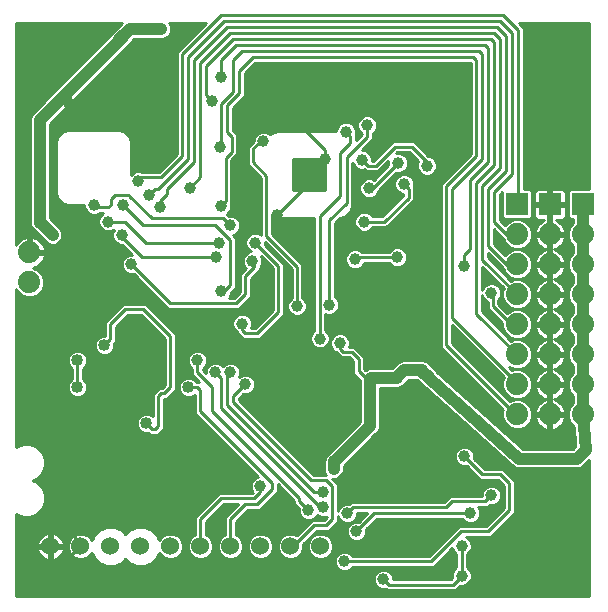
<source format=gbl>
G75*
%MOIN*%
%OFA0B0*%
%FSLAX25Y25*%
%IPPOS*%
%LPD*%
%AMOC8*
5,1,8,0,0,1.08239X$1,22.5*
%
%ADD10R,0.07400X0.07400*%
%ADD11C,0.07400*%
%ADD12C,0.06000*%
%ADD13C,0.01000*%
%ADD14C,0.04000*%
%ADD15C,0.03962*%
%ADD16C,0.04000*%
D10*
X0261400Y0206800D03*
X0272300Y0206800D03*
X0283200Y0206800D03*
D11*
X0283200Y0196800D03*
X0283200Y0186800D03*
X0283200Y0176800D03*
X0283200Y0166800D03*
X0283200Y0156800D03*
X0283200Y0146800D03*
X0283200Y0136800D03*
X0272300Y0136800D03*
X0272300Y0146800D03*
X0272300Y0156800D03*
X0272300Y0166800D03*
X0272300Y0176800D03*
X0272300Y0186800D03*
X0272300Y0196800D03*
X0261400Y0196800D03*
X0261400Y0186800D03*
X0261400Y0176800D03*
X0261400Y0166800D03*
X0261400Y0156800D03*
X0261400Y0146800D03*
X0261400Y0136800D03*
X0098800Y0180800D03*
X0098800Y0190800D03*
D12*
X0105800Y0092800D03*
X0115800Y0092800D03*
X0125800Y0092800D03*
X0135800Y0092800D03*
X0145800Y0092800D03*
X0155800Y0092800D03*
X0165800Y0092800D03*
X0175800Y0092800D03*
X0185800Y0092800D03*
X0195800Y0092800D03*
D13*
X0094300Y0103556D02*
X0094300Y0076300D01*
X0285300Y0076300D01*
X0285300Y0121533D01*
X0283998Y0120231D01*
X0283998Y0120231D01*
X0283069Y0119302D01*
X0281856Y0118800D01*
X0262178Y0118800D01*
X0261615Y0118768D01*
X0261525Y0118800D01*
X0261429Y0118800D01*
X0260908Y0119016D01*
X0260376Y0119202D01*
X0260305Y0119266D01*
X0260216Y0119302D01*
X0259818Y0119701D01*
X0227826Y0148300D01*
X0225167Y0148300D01*
X0224190Y0147324D01*
X0224190Y0147324D01*
X0223770Y0146903D01*
X0223262Y0146395D01*
X0223262Y0146395D01*
X0223122Y0146255D01*
X0223122Y0146255D01*
X0221541Y0145600D01*
X0215500Y0145600D01*
X0215500Y0132244D01*
X0214998Y0131031D01*
X0214069Y0130102D01*
X0203500Y0119533D01*
X0203500Y0118044D01*
X0202998Y0116831D01*
X0202069Y0115902D01*
X0200856Y0115400D01*
X0199746Y0115400D01*
X0201600Y0113546D01*
X0201600Y0104648D01*
X0202018Y0105659D01*
X0202941Y0106582D01*
X0204147Y0107081D01*
X0205453Y0107081D01*
X0205511Y0107057D01*
X0206054Y0107600D01*
X0237054Y0107600D01*
X0238000Y0108546D01*
X0239054Y0109600D01*
X0249519Y0109600D01*
X0249519Y0110453D01*
X0250018Y0111659D01*
X0250941Y0112582D01*
X0252147Y0113081D01*
X0253453Y0113081D01*
X0254659Y0112582D01*
X0255582Y0111659D01*
X0256081Y0110453D01*
X0256081Y0109147D01*
X0255582Y0107941D01*
X0254659Y0107018D01*
X0253453Y0106519D01*
X0252147Y0106519D01*
X0252089Y0106543D01*
X0251546Y0106000D01*
X0248240Y0106000D01*
X0248582Y0105659D01*
X0249081Y0104453D01*
X0249081Y0103147D01*
X0248582Y0101941D01*
X0247659Y0101018D01*
X0246453Y0100519D01*
X0245147Y0100519D01*
X0243941Y0101018D01*
X0243018Y0101941D01*
X0242994Y0102000D01*
X0214546Y0102000D01*
X0211057Y0098511D01*
X0211081Y0098453D01*
X0211081Y0097147D01*
X0210582Y0095941D01*
X0209659Y0095018D01*
X0208453Y0094519D01*
X0207147Y0094519D01*
X0205941Y0095018D01*
X0205018Y0095941D01*
X0204519Y0097147D01*
X0204519Y0098453D01*
X0205018Y0099659D01*
X0205941Y0100582D01*
X0207147Y0101081D01*
X0208453Y0101081D01*
X0208511Y0101057D01*
X0211454Y0104000D01*
X0208081Y0104000D01*
X0208081Y0103147D01*
X0207582Y0101941D01*
X0206659Y0101018D01*
X0205453Y0100519D01*
X0204147Y0100519D01*
X0202941Y0101018D01*
X0202018Y0101941D01*
X0201600Y0102952D01*
X0201600Y0101054D01*
X0200546Y0100000D01*
X0198546Y0098000D01*
X0194546Y0098000D01*
X0190100Y0093554D01*
X0190100Y0091945D01*
X0189445Y0090364D01*
X0188236Y0089155D01*
X0186655Y0088500D01*
X0184945Y0088500D01*
X0183364Y0089155D01*
X0182155Y0090364D01*
X0181500Y0091945D01*
X0181500Y0093655D01*
X0182155Y0095236D01*
X0183364Y0096445D01*
X0184945Y0097100D01*
X0186655Y0097100D01*
X0187998Y0096544D01*
X0192000Y0100546D01*
X0193054Y0101600D01*
X0197054Y0101600D01*
X0198000Y0102546D01*
X0198000Y0102746D01*
X0197453Y0102519D01*
X0196147Y0102519D01*
X0194941Y0103018D01*
X0194710Y0103250D01*
X0194582Y0102941D01*
X0193659Y0102018D01*
X0192453Y0101519D01*
X0191147Y0101519D01*
X0189941Y0102018D01*
X0189018Y0102941D01*
X0188519Y0104147D01*
X0188519Y0105453D01*
X0188543Y0105511D01*
X0187000Y0107054D01*
X0187000Y0108054D01*
X0181600Y0113454D01*
X0181600Y0111054D01*
X0176600Y0106054D01*
X0175546Y0105000D01*
X0171546Y0105000D01*
X0167600Y0101054D01*
X0167600Y0096709D01*
X0168236Y0096445D01*
X0169445Y0095236D01*
X0170100Y0093655D01*
X0170100Y0091945D01*
X0169445Y0090364D01*
X0168236Y0089155D01*
X0166655Y0088500D01*
X0164945Y0088500D01*
X0163364Y0089155D01*
X0162155Y0090364D01*
X0161500Y0091945D01*
X0161500Y0093655D01*
X0162155Y0095236D01*
X0163364Y0096445D01*
X0164000Y0096709D01*
X0164000Y0102546D01*
X0165054Y0103600D01*
X0168454Y0107000D01*
X0163546Y0107000D01*
X0157600Y0101054D01*
X0157600Y0096709D01*
X0158236Y0096445D01*
X0159445Y0095236D01*
X0160100Y0093655D01*
X0160100Y0091945D01*
X0159445Y0090364D01*
X0158236Y0089155D01*
X0156655Y0088500D01*
X0154945Y0088500D01*
X0153364Y0089155D01*
X0152155Y0090364D01*
X0151500Y0091945D01*
X0151500Y0093655D01*
X0152155Y0095236D01*
X0153364Y0096445D01*
X0154000Y0096709D01*
X0154000Y0102546D01*
X0162054Y0110600D01*
X0173054Y0110600D01*
X0173207Y0110753D01*
X0173018Y0110941D01*
X0172519Y0112147D01*
X0172519Y0113453D01*
X0173018Y0114659D01*
X0173941Y0115582D01*
X0175024Y0116030D01*
X0155054Y0136000D01*
X0154000Y0137054D01*
X0154000Y0143333D01*
X0153669Y0143002D01*
X0152456Y0142500D01*
X0151144Y0142500D01*
X0149931Y0143002D01*
X0149002Y0143931D01*
X0148500Y0145144D01*
X0148500Y0146456D01*
X0149002Y0147669D01*
X0149931Y0148598D01*
X0151144Y0149100D01*
X0152456Y0149100D01*
X0153669Y0148598D01*
X0154598Y0147669D01*
X0154626Y0147600D01*
X0155454Y0147600D01*
X0153000Y0150054D01*
X0153000Y0151994D01*
X0152941Y0152018D01*
X0152018Y0152941D01*
X0151519Y0154147D01*
X0151519Y0155453D01*
X0152018Y0156659D01*
X0152941Y0157582D01*
X0154147Y0158081D01*
X0155453Y0158081D01*
X0156659Y0157582D01*
X0157582Y0156659D01*
X0158081Y0155453D01*
X0158081Y0154147D01*
X0157582Y0152941D01*
X0156659Y0152018D01*
X0156600Y0151994D01*
X0156600Y0151546D01*
X0157519Y0150627D01*
X0157519Y0151453D01*
X0158018Y0152659D01*
X0158941Y0153582D01*
X0160147Y0154081D01*
X0161453Y0154081D01*
X0162659Y0153582D01*
X0163300Y0152940D01*
X0163941Y0153582D01*
X0165147Y0154081D01*
X0166453Y0154081D01*
X0167659Y0153582D01*
X0168582Y0152659D01*
X0169081Y0151453D01*
X0169081Y0150147D01*
X0168780Y0149420D01*
X0168941Y0149582D01*
X0170147Y0150081D01*
X0171453Y0150081D01*
X0172659Y0149582D01*
X0173582Y0148659D01*
X0174081Y0147453D01*
X0174081Y0146147D01*
X0173582Y0144941D01*
X0172659Y0144018D01*
X0171453Y0143519D01*
X0170147Y0143519D01*
X0170089Y0143543D01*
X0168600Y0142054D01*
X0168600Y0141546D01*
X0193546Y0116600D01*
X0197633Y0116600D01*
X0197402Y0116831D01*
X0196900Y0118044D01*
X0196900Y0121341D01*
X0197555Y0122922D01*
X0197555Y0122922D01*
X0197695Y0123062D01*
X0197695Y0123062D01*
X0198207Y0123574D01*
X0198624Y0123990D01*
X0198624Y0123990D01*
X0208900Y0134267D01*
X0208900Y0148254D01*
X0207754Y0149400D01*
X0206700Y0150454D01*
X0206700Y0154554D01*
X0205454Y0155800D01*
X0202654Y0155800D01*
X0201554Y0156900D01*
X0200944Y0157510D01*
X0200441Y0157718D01*
X0199518Y0158641D01*
X0199019Y0159847D01*
X0199019Y0161153D01*
X0199518Y0162359D01*
X0200441Y0163282D01*
X0201647Y0163781D01*
X0202953Y0163781D01*
X0204159Y0163282D01*
X0205082Y0162359D01*
X0205581Y0161153D01*
X0205581Y0159847D01*
X0205396Y0159400D01*
X0206946Y0159400D01*
X0208000Y0158346D01*
X0209246Y0157100D01*
X0209246Y0157100D01*
X0210300Y0156046D01*
X0210300Y0151946D01*
X0210689Y0151556D01*
X0210831Y0151698D01*
X0212044Y0152200D01*
X0219733Y0152200D01*
X0221002Y0153469D01*
X0221002Y0153469D01*
X0221931Y0154398D01*
X0223144Y0154900D01*
X0228994Y0154900D01*
X0229557Y0154932D01*
X0229647Y0154900D01*
X0229941Y0154900D01*
X0231522Y0154245D01*
X0232126Y0153641D01*
X0232590Y0153176D01*
X0232590Y0153176D01*
X0234698Y0151069D01*
X0234737Y0150975D01*
X0263346Y0125400D01*
X0279833Y0125400D01*
X0280781Y0126348D01*
X0280239Y0132690D01*
X0278961Y0133968D01*
X0278200Y0135805D01*
X0278200Y0137795D01*
X0278961Y0139632D01*
X0279900Y0140571D01*
X0279900Y0143029D01*
X0278961Y0143968D01*
X0278200Y0145805D01*
X0278200Y0147795D01*
X0278961Y0149632D01*
X0279900Y0150571D01*
X0279900Y0153029D01*
X0278961Y0153968D01*
X0278200Y0155805D01*
X0278200Y0157795D01*
X0278961Y0159632D01*
X0279900Y0160571D01*
X0279900Y0163029D01*
X0278961Y0163968D01*
X0278200Y0165805D01*
X0278200Y0167795D01*
X0278961Y0169632D01*
X0279900Y0170571D01*
X0279900Y0173029D01*
X0278961Y0173968D01*
X0278200Y0175805D01*
X0278200Y0177795D01*
X0278961Y0179632D01*
X0279900Y0180571D01*
X0279900Y0183029D01*
X0278961Y0183968D01*
X0278200Y0185805D01*
X0278200Y0187795D01*
X0278961Y0189632D01*
X0279900Y0190571D01*
X0279900Y0193029D01*
X0278961Y0193968D01*
X0278200Y0195805D01*
X0278200Y0197795D01*
X0278961Y0199632D01*
X0279900Y0200571D01*
X0279900Y0201800D01*
X0278962Y0201800D01*
X0278200Y0202562D01*
X0278200Y0211038D01*
X0278962Y0211800D01*
X0285300Y0211800D01*
X0285300Y0267300D01*
X0261846Y0267300D01*
X0262546Y0266600D01*
X0262546Y0266600D01*
X0263600Y0265546D01*
X0263600Y0211800D01*
X0265638Y0211800D01*
X0266400Y0211038D01*
X0266400Y0202562D01*
X0265638Y0201800D01*
X0257162Y0201800D01*
X0256400Y0202562D01*
X0256400Y0210854D01*
X0255600Y0210054D01*
X0255600Y0201546D01*
X0257337Y0199808D01*
X0258568Y0201039D01*
X0260405Y0201800D01*
X0262395Y0201800D01*
X0264232Y0201039D01*
X0265639Y0199632D01*
X0266400Y0197795D01*
X0266400Y0195805D01*
X0265639Y0193968D01*
X0264232Y0192561D01*
X0262395Y0191800D01*
X0260405Y0191800D01*
X0258568Y0192561D01*
X0257161Y0193968D01*
X0256507Y0195548D01*
X0256000Y0196054D01*
X0253600Y0198454D01*
X0253600Y0193546D01*
X0257337Y0189808D01*
X0258568Y0191039D01*
X0260405Y0191800D01*
X0262395Y0191800D01*
X0264232Y0191039D01*
X0265639Y0189632D01*
X0266400Y0187795D01*
X0266400Y0185805D01*
X0265639Y0183968D01*
X0264232Y0182561D01*
X0262395Y0181800D01*
X0260405Y0181800D01*
X0258568Y0182561D01*
X0257161Y0183968D01*
X0256507Y0185548D01*
X0251600Y0190454D01*
X0251600Y0189146D01*
X0259373Y0181372D01*
X0260405Y0181800D01*
X0262395Y0181800D01*
X0264232Y0181039D01*
X0265639Y0179632D01*
X0266400Y0177795D01*
X0266400Y0175805D01*
X0265639Y0173968D01*
X0264232Y0172561D01*
X0262395Y0171800D01*
X0260405Y0171800D01*
X0258568Y0172561D01*
X0257161Y0173968D01*
X0256400Y0175805D01*
X0256400Y0177795D01*
X0256828Y0178827D01*
X0249600Y0186054D01*
X0249600Y0178148D01*
X0250018Y0179159D01*
X0250941Y0180082D01*
X0252147Y0180581D01*
X0253453Y0180581D01*
X0254659Y0180082D01*
X0255582Y0179159D01*
X0256081Y0177953D01*
X0256081Y0176647D01*
X0255582Y0175441D01*
X0255100Y0174960D01*
X0255100Y0173546D01*
X0258087Y0170558D01*
X0258568Y0171039D01*
X0260405Y0171800D01*
X0262395Y0171800D01*
X0264232Y0171039D01*
X0265639Y0169632D01*
X0266400Y0167795D01*
X0266400Y0165805D01*
X0265639Y0163968D01*
X0264232Y0162561D01*
X0262395Y0161800D01*
X0260405Y0161800D01*
X0258568Y0162561D01*
X0257161Y0163968D01*
X0256400Y0165805D01*
X0256400Y0167154D01*
X0252554Y0171000D01*
X0251500Y0172054D01*
X0251500Y0174287D01*
X0250941Y0174518D01*
X0250018Y0175441D01*
X0249600Y0176452D01*
X0249600Y0171146D01*
X0259373Y0161372D01*
X0260405Y0161800D01*
X0262395Y0161800D01*
X0264232Y0161039D01*
X0265639Y0159632D01*
X0266400Y0157795D01*
X0266400Y0155805D01*
X0265639Y0153968D01*
X0264232Y0152561D01*
X0262395Y0151800D01*
X0260405Y0151800D01*
X0258596Y0152549D01*
X0259656Y0151490D01*
X0260405Y0151800D01*
X0262395Y0151800D01*
X0264232Y0151039D01*
X0265639Y0149632D01*
X0266400Y0147795D01*
X0266400Y0145805D01*
X0265639Y0143968D01*
X0264232Y0142561D01*
X0262395Y0141800D01*
X0260405Y0141800D01*
X0258568Y0142561D01*
X0257161Y0143968D01*
X0256400Y0145805D01*
X0256400Y0147795D01*
X0256945Y0149110D01*
X0239600Y0166454D01*
X0239600Y0160546D01*
X0258949Y0141197D01*
X0260405Y0141800D01*
X0262395Y0141800D01*
X0264232Y0141039D01*
X0265639Y0139632D01*
X0266400Y0137795D01*
X0266400Y0135805D01*
X0265639Y0133968D01*
X0264232Y0132561D01*
X0262395Y0131800D01*
X0260405Y0131800D01*
X0258568Y0132561D01*
X0257161Y0133968D01*
X0256400Y0135805D01*
X0256400Y0137795D01*
X0256652Y0138403D01*
X0236000Y0159054D01*
X0236000Y0213546D01*
X0246000Y0223546D01*
X0246000Y0254000D01*
X0174046Y0254000D01*
X0170600Y0250554D01*
X0170600Y0243054D01*
X0169546Y0242000D01*
X0166600Y0239054D01*
X0166600Y0231546D01*
X0168100Y0230046D01*
X0168100Y0223554D01*
X0166100Y0221554D01*
X0166100Y0207054D01*
X0166057Y0207011D01*
X0166081Y0206953D01*
X0166081Y0205647D01*
X0165582Y0204441D01*
X0164659Y0203518D01*
X0164636Y0203509D01*
X0165089Y0203057D01*
X0165147Y0203081D01*
X0166453Y0203081D01*
X0167659Y0202582D01*
X0168582Y0201659D01*
X0169081Y0200453D01*
X0169081Y0199147D01*
X0168582Y0197941D01*
X0167659Y0197018D01*
X0166576Y0196570D01*
X0167600Y0195546D01*
X0167600Y0179054D01*
X0166081Y0177536D01*
X0166081Y0177147D01*
X0165582Y0175941D01*
X0165240Y0175600D01*
X0167054Y0175600D01*
X0169000Y0177546D01*
X0169000Y0183546D01*
X0170907Y0185453D01*
X0170318Y0186041D01*
X0169819Y0187247D01*
X0169819Y0188553D01*
X0170318Y0189759D01*
X0171241Y0190682D01*
X0172447Y0191181D01*
X0172473Y0191181D01*
X0172141Y0191318D01*
X0171218Y0192241D01*
X0170719Y0193447D01*
X0170719Y0194753D01*
X0171218Y0195959D01*
X0172141Y0196882D01*
X0173347Y0197381D01*
X0174653Y0197381D01*
X0175859Y0196882D01*
X0176000Y0196740D01*
X0176000Y0215554D01*
X0171500Y0220054D01*
X0171500Y0226046D01*
X0172554Y0227100D01*
X0173519Y0228064D01*
X0173519Y0228453D01*
X0174018Y0229659D01*
X0174941Y0230582D01*
X0176147Y0231081D01*
X0177453Y0231081D01*
X0178659Y0230582D01*
X0179126Y0230114D01*
X0179553Y0230541D01*
X0181243Y0231241D01*
X0201019Y0231241D01*
X0201019Y0231653D01*
X0201518Y0232859D01*
X0202441Y0233782D01*
X0203647Y0234281D01*
X0204953Y0234281D01*
X0206159Y0233782D01*
X0207082Y0232859D01*
X0207581Y0231653D01*
X0207581Y0230347D01*
X0207557Y0230289D01*
X0207600Y0230246D01*
X0207600Y0228146D01*
X0209600Y0230146D01*
X0209600Y0230394D01*
X0209541Y0230418D01*
X0208618Y0231341D01*
X0208119Y0232547D01*
X0208119Y0233853D01*
X0208618Y0235059D01*
X0209541Y0235982D01*
X0210747Y0236481D01*
X0212053Y0236481D01*
X0213259Y0235982D01*
X0214182Y0235059D01*
X0214681Y0233853D01*
X0214681Y0232547D01*
X0214182Y0231341D01*
X0213259Y0230418D01*
X0213200Y0230394D01*
X0213200Y0228654D01*
X0209527Y0224981D01*
X0210253Y0224981D01*
X0211459Y0224482D01*
X0212382Y0223559D01*
X0212881Y0222353D01*
X0212881Y0221400D01*
X0213454Y0221400D01*
X0218800Y0226746D01*
X0219854Y0227800D01*
X0226946Y0227800D01*
X0231764Y0222981D01*
X0231953Y0222981D01*
X0233159Y0222482D01*
X0234082Y0221559D01*
X0234581Y0220353D01*
X0234581Y0219047D01*
X0234082Y0217841D01*
X0233159Y0216918D01*
X0231953Y0216419D01*
X0230647Y0216419D01*
X0229441Y0216918D01*
X0228518Y0217841D01*
X0228019Y0219047D01*
X0228019Y0220353D01*
X0228395Y0221260D01*
X0225454Y0224200D01*
X0221346Y0224200D01*
X0221012Y0223866D01*
X0221047Y0223881D01*
X0222353Y0223881D01*
X0223559Y0223382D01*
X0224482Y0222459D01*
X0224981Y0221253D01*
X0224981Y0219947D01*
X0224482Y0218741D01*
X0223559Y0217818D01*
X0222353Y0217319D01*
X0221047Y0217319D01*
X0220989Y0217343D01*
X0215281Y0211636D01*
X0215281Y0211547D01*
X0214782Y0210341D01*
X0213859Y0209418D01*
X0212653Y0208919D01*
X0211347Y0208919D01*
X0210141Y0209418D01*
X0209218Y0210341D01*
X0208719Y0211547D01*
X0208719Y0212853D01*
X0209218Y0214059D01*
X0210141Y0214982D01*
X0211347Y0215481D01*
X0212653Y0215481D01*
X0213630Y0215076D01*
X0218443Y0219889D01*
X0218419Y0219947D01*
X0218419Y0221253D01*
X0218434Y0221288D01*
X0216000Y0218854D01*
X0214946Y0217800D01*
X0210954Y0217800D01*
X0210311Y0218443D01*
X0210253Y0218419D01*
X0208947Y0218419D01*
X0207741Y0218918D01*
X0206818Y0219841D01*
X0206441Y0220753D01*
X0206441Y0206043D01*
X0205741Y0204353D01*
X0204447Y0203059D01*
X0202757Y0202359D01*
X0202205Y0202359D01*
X0200600Y0200754D01*
X0200600Y0176106D01*
X0200659Y0176082D01*
X0201582Y0175159D01*
X0202081Y0173953D01*
X0202081Y0172647D01*
X0201582Y0171441D01*
X0200659Y0170518D01*
X0199453Y0170019D01*
X0198147Y0170019D01*
X0197400Y0170328D01*
X0197400Y0164906D01*
X0197459Y0164882D01*
X0198382Y0163959D01*
X0198881Y0162753D01*
X0198881Y0161447D01*
X0198382Y0160241D01*
X0197459Y0159318D01*
X0196253Y0158819D01*
X0194947Y0158819D01*
X0193741Y0159318D01*
X0192818Y0160241D01*
X0192319Y0161447D01*
X0192319Y0162753D01*
X0192818Y0163959D01*
X0193741Y0164882D01*
X0193800Y0164906D01*
X0193800Y0202359D01*
X0181243Y0202359D01*
X0179600Y0203040D01*
X0179600Y0197046D01*
X0188746Y0187900D01*
X0189800Y0186846D01*
X0189800Y0175706D01*
X0189859Y0175682D01*
X0190782Y0174759D01*
X0191281Y0173553D01*
X0191281Y0172247D01*
X0190782Y0171041D01*
X0189859Y0170118D01*
X0188653Y0169619D01*
X0187347Y0169619D01*
X0186141Y0170118D01*
X0185218Y0171041D01*
X0184719Y0172247D01*
X0184719Y0173553D01*
X0185218Y0174759D01*
X0186141Y0175682D01*
X0186200Y0175706D01*
X0186200Y0185354D01*
X0177281Y0194273D01*
X0177281Y0193447D01*
X0177257Y0193389D01*
X0183600Y0187046D01*
X0183600Y0170054D01*
X0182546Y0169000D01*
X0176600Y0163054D01*
X0175546Y0162000D01*
X0170054Y0162000D01*
X0168954Y0163100D01*
X0167900Y0164154D01*
X0167900Y0164294D01*
X0167841Y0164318D01*
X0166918Y0165241D01*
X0166419Y0166447D01*
X0166419Y0167753D01*
X0166918Y0168959D01*
X0167841Y0169882D01*
X0169047Y0170381D01*
X0170353Y0170381D01*
X0171559Y0169882D01*
X0172482Y0168959D01*
X0172981Y0167753D01*
X0172981Y0166447D01*
X0172630Y0165600D01*
X0174054Y0165600D01*
X0180000Y0171546D01*
X0180000Y0185554D01*
X0175942Y0189612D01*
X0176381Y0188553D01*
X0176381Y0187247D01*
X0175882Y0186041D01*
X0175600Y0185760D01*
X0175600Y0185054D01*
X0174546Y0184000D01*
X0172600Y0182054D01*
X0172600Y0176054D01*
X0171546Y0175000D01*
X0171546Y0175000D01*
X0169600Y0173054D01*
X0169600Y0173054D01*
X0168546Y0172000D01*
X0145054Y0172000D01*
X0144000Y0173054D01*
X0133511Y0183543D01*
X0133453Y0183519D01*
X0132147Y0183519D01*
X0130941Y0184018D01*
X0130018Y0184941D01*
X0129519Y0186147D01*
X0129519Y0187453D01*
X0130018Y0188659D01*
X0130941Y0189582D01*
X0132147Y0190081D01*
X0132973Y0190081D01*
X0129736Y0193319D01*
X0129047Y0193319D01*
X0127841Y0193818D01*
X0126918Y0194741D01*
X0126419Y0195947D01*
X0126419Y0197253D01*
X0126862Y0198321D01*
X0126859Y0198318D01*
X0125653Y0197819D01*
X0124347Y0197819D01*
X0123141Y0198318D01*
X0122218Y0199241D01*
X0121719Y0200447D01*
X0121719Y0201753D01*
X0122218Y0202959D01*
X0123141Y0203882D01*
X0123427Y0204000D01*
X0122240Y0204000D01*
X0122159Y0203918D01*
X0120953Y0203419D01*
X0119647Y0203419D01*
X0118441Y0203918D01*
X0117518Y0204841D01*
X0117019Y0206047D01*
X0117019Y0206728D01*
X0111411Y0206728D01*
X0109721Y0207428D01*
X0108428Y0208721D01*
X0107728Y0210411D01*
X0107728Y0227989D01*
X0108428Y0229679D01*
X0109721Y0230972D01*
X0111411Y0231672D01*
X0128989Y0231672D01*
X0130679Y0230972D01*
X0131972Y0229679D01*
X0132672Y0227989D01*
X0132672Y0216713D01*
X0133241Y0217282D01*
X0134447Y0217781D01*
X0135753Y0217781D01*
X0136190Y0217600D01*
X0142054Y0217600D01*
X0148000Y0223546D01*
X0148000Y0257546D01*
X0157754Y0267300D01*
X0145467Y0267300D01*
X0145598Y0267169D01*
X0146100Y0265956D01*
X0146100Y0264644D01*
X0145598Y0263431D01*
X0144669Y0262502D01*
X0143456Y0262000D01*
X0133667Y0262000D01*
X0132910Y0261243D01*
X0132698Y0260731D01*
X0105700Y0233733D01*
X0105700Y0202167D01*
X0109298Y0198569D01*
X0109800Y0197356D01*
X0109800Y0196044D01*
X0109298Y0194831D01*
X0108369Y0193902D01*
X0107156Y0193400D01*
X0105844Y0193400D01*
X0104631Y0193902D01*
X0100701Y0197832D01*
X0100531Y0197902D01*
X0099602Y0198831D01*
X0099100Y0200044D01*
X0099100Y0235756D01*
X0099602Y0236969D01*
X0100531Y0237898D01*
X0125790Y0263157D01*
X0126002Y0263669D01*
X0129633Y0267300D01*
X0094300Y0267300D01*
X0094300Y0193422D01*
X0094353Y0193525D01*
X0094834Y0194188D01*
X0095412Y0194766D01*
X0096075Y0195247D01*
X0096804Y0195619D01*
X0097582Y0195872D01*
X0098300Y0195986D01*
X0098300Y0191300D01*
X0099300Y0191300D01*
X0099300Y0195986D01*
X0100018Y0195872D01*
X0100796Y0195619D01*
X0101525Y0195247D01*
X0102188Y0194766D01*
X0102766Y0194188D01*
X0103247Y0193525D01*
X0103619Y0192796D01*
X0103872Y0192018D01*
X0103986Y0191300D01*
X0099300Y0191300D01*
X0099300Y0190300D01*
X0103986Y0190300D01*
X0103872Y0189582D01*
X0103619Y0188804D01*
X0103247Y0188075D01*
X0102766Y0187412D01*
X0102188Y0186834D01*
X0101525Y0186353D01*
X0100796Y0185981D01*
X0100018Y0185728D01*
X0099982Y0185722D01*
X0101632Y0185039D01*
X0103039Y0183632D01*
X0103800Y0181795D01*
X0103800Y0179805D01*
X0103039Y0177968D01*
X0101632Y0176561D01*
X0099795Y0175800D01*
X0097805Y0175800D01*
X0095968Y0176561D01*
X0094561Y0177968D01*
X0094300Y0178598D01*
X0094300Y0126044D01*
X0096552Y0126977D01*
X0099048Y0126977D01*
X0101353Y0126022D01*
X0103117Y0124258D01*
X0104072Y0121953D01*
X0104072Y0119458D01*
X0103117Y0117153D01*
X0101353Y0115389D01*
X0099931Y0114800D01*
X0101353Y0114211D01*
X0103117Y0112447D01*
X0104072Y0110142D01*
X0104072Y0107647D01*
X0103117Y0105342D01*
X0101353Y0103578D01*
X0099048Y0102623D01*
X0096552Y0102623D01*
X0094300Y0103556D01*
X0094300Y0102754D02*
X0096236Y0102754D01*
X0094300Y0101755D02*
X0154000Y0101755D01*
X0154000Y0100757D02*
X0094300Y0100757D01*
X0094300Y0099758D02*
X0154000Y0099758D01*
X0154000Y0098760D02*
X0138397Y0098760D01*
X0139482Y0098310D02*
X0137093Y0099300D01*
X0134507Y0099300D01*
X0132118Y0098310D01*
X0130800Y0096992D01*
X0129482Y0098310D01*
X0127093Y0099300D01*
X0124507Y0099300D01*
X0122118Y0098310D01*
X0120290Y0096482D01*
X0119609Y0094840D01*
X0119445Y0095236D01*
X0118236Y0096445D01*
X0116655Y0097100D01*
X0114945Y0097100D01*
X0113364Y0096445D01*
X0112155Y0095236D01*
X0111500Y0093655D01*
X0111500Y0091945D01*
X0112155Y0090364D01*
X0113364Y0089155D01*
X0114945Y0088500D01*
X0116655Y0088500D01*
X0118236Y0089155D01*
X0119445Y0090364D01*
X0119609Y0090760D01*
X0120290Y0089118D01*
X0122118Y0087290D01*
X0124507Y0086300D01*
X0127093Y0086300D01*
X0129482Y0087290D01*
X0130800Y0088608D01*
X0132118Y0087290D01*
X0134507Y0086300D01*
X0137093Y0086300D01*
X0139482Y0087290D01*
X0141310Y0089118D01*
X0141991Y0090760D01*
X0142155Y0090364D01*
X0143364Y0089155D01*
X0144945Y0088500D01*
X0146655Y0088500D01*
X0148236Y0089155D01*
X0149445Y0090364D01*
X0150100Y0091945D01*
X0150100Y0093655D01*
X0149445Y0095236D01*
X0148236Y0096445D01*
X0146655Y0097100D01*
X0144945Y0097100D01*
X0143364Y0096445D01*
X0142155Y0095236D01*
X0141991Y0094840D01*
X0141310Y0096482D01*
X0139482Y0098310D01*
X0140031Y0097761D02*
X0154000Y0097761D01*
X0154000Y0096763D02*
X0147469Y0096763D01*
X0148917Y0095764D02*
X0152683Y0095764D01*
X0151960Y0094766D02*
X0149640Y0094766D01*
X0150054Y0093767D02*
X0151546Y0093767D01*
X0151500Y0092769D02*
X0150100Y0092769D01*
X0150028Y0091770D02*
X0151572Y0091770D01*
X0151986Y0090772D02*
X0149614Y0090772D01*
X0148854Y0089773D02*
X0152746Y0089773D01*
X0154281Y0088775D02*
X0147318Y0088775D01*
X0144281Y0088775D02*
X0140967Y0088775D01*
X0141582Y0089773D02*
X0142746Y0089773D01*
X0139969Y0087776D02*
X0200519Y0087776D01*
X0200519Y0087147D02*
X0201018Y0085941D01*
X0201941Y0085018D01*
X0203147Y0084519D01*
X0204453Y0084519D01*
X0205659Y0085018D01*
X0206582Y0085941D01*
X0206606Y0086000D01*
X0233546Y0086000D01*
X0239699Y0092154D01*
X0240118Y0091141D01*
X0241041Y0090218D01*
X0241100Y0090194D01*
X0241100Y0085806D01*
X0241041Y0085782D01*
X0240118Y0084859D01*
X0239619Y0083653D01*
X0239619Y0082347D01*
X0239643Y0082289D01*
X0239154Y0081800D01*
X0220081Y0081800D01*
X0220081Y0082453D01*
X0219582Y0083659D01*
X0218659Y0084582D01*
X0217453Y0085081D01*
X0216147Y0085081D01*
X0214941Y0084582D01*
X0214018Y0083659D01*
X0213519Y0082453D01*
X0213519Y0081147D01*
X0214018Y0079941D01*
X0214941Y0079018D01*
X0216147Y0078519D01*
X0217453Y0078519D01*
X0217511Y0078543D01*
X0217854Y0078200D01*
X0240646Y0078200D01*
X0242189Y0079743D01*
X0242247Y0079719D01*
X0243553Y0079719D01*
X0244759Y0080218D01*
X0245682Y0081141D01*
X0246181Y0082347D01*
X0246181Y0083653D01*
X0245682Y0084859D01*
X0244759Y0085782D01*
X0244700Y0085806D01*
X0244700Y0090194D01*
X0244759Y0090218D01*
X0245682Y0091141D01*
X0246181Y0092347D01*
X0246181Y0093653D01*
X0245682Y0094859D01*
X0244759Y0095782D01*
X0244231Y0096000D01*
X0252546Y0096000D01*
X0259546Y0103000D01*
X0260600Y0104054D01*
X0260600Y0114546D01*
X0259546Y0115600D01*
X0256546Y0118600D01*
X0250546Y0118600D01*
X0247057Y0122089D01*
X0247081Y0122147D01*
X0247081Y0123453D01*
X0246582Y0124659D01*
X0245659Y0125582D01*
X0244453Y0126081D01*
X0243147Y0126081D01*
X0241941Y0125582D01*
X0241018Y0124659D01*
X0240519Y0123453D01*
X0240519Y0122147D01*
X0241018Y0120941D01*
X0241941Y0120018D01*
X0243147Y0119519D01*
X0244453Y0119519D01*
X0244511Y0119543D01*
X0248000Y0116054D01*
X0249054Y0115000D01*
X0255054Y0115000D01*
X0257000Y0113054D01*
X0257000Y0105546D01*
X0251054Y0099600D01*
X0242054Y0099600D01*
X0241000Y0098546D01*
X0232054Y0089600D01*
X0206606Y0089600D01*
X0206582Y0089659D01*
X0205659Y0090582D01*
X0204453Y0091081D01*
X0203147Y0091081D01*
X0201941Y0090582D01*
X0201018Y0089659D01*
X0200519Y0088453D01*
X0200519Y0087147D01*
X0200672Y0086778D02*
X0138246Y0086778D01*
X0133354Y0086778D02*
X0128246Y0086778D01*
X0129969Y0087776D02*
X0131631Y0087776D01*
X0123354Y0086778D02*
X0094300Y0086778D01*
X0094300Y0087776D02*
X0121631Y0087776D01*
X0120633Y0088775D02*
X0117318Y0088775D01*
X0118854Y0089773D02*
X0120018Y0089773D01*
X0114281Y0088775D02*
X0107812Y0088775D01*
X0107527Y0088630D02*
X0108159Y0088951D01*
X0108732Y0089368D01*
X0109232Y0089868D01*
X0109649Y0090441D01*
X0109970Y0091073D01*
X0110189Y0091746D01*
X0110277Y0092300D01*
X0106300Y0092300D01*
X0106300Y0093300D01*
X0105300Y0093300D01*
X0105300Y0097277D01*
X0104746Y0097189D01*
X0104073Y0096970D01*
X0103441Y0096649D01*
X0102868Y0096232D01*
X0102368Y0095732D01*
X0101951Y0095159D01*
X0101630Y0094527D01*
X0101411Y0093854D01*
X0101323Y0093300D01*
X0105300Y0093300D01*
X0105300Y0092300D01*
X0101323Y0092300D01*
X0101411Y0091746D01*
X0101630Y0091073D01*
X0101951Y0090441D01*
X0102368Y0089868D01*
X0102868Y0089368D01*
X0103441Y0088951D01*
X0104073Y0088630D01*
X0104746Y0088411D01*
X0105300Y0088323D01*
X0105300Y0092300D01*
X0106300Y0092300D01*
X0106300Y0088323D01*
X0106854Y0088411D01*
X0107527Y0088630D01*
X0106300Y0088775D02*
X0105300Y0088775D01*
X0105300Y0089773D02*
X0106300Y0089773D01*
X0106300Y0090772D02*
X0105300Y0090772D01*
X0105300Y0091770D02*
X0106300Y0091770D01*
X0106300Y0092769D02*
X0111500Y0092769D01*
X0111546Y0093767D02*
X0110203Y0093767D01*
X0110189Y0093854D02*
X0109970Y0094527D01*
X0109649Y0095159D01*
X0109232Y0095732D01*
X0108732Y0096232D01*
X0108159Y0096649D01*
X0107527Y0096970D01*
X0106854Y0097189D01*
X0106300Y0097277D01*
X0106300Y0093300D01*
X0110277Y0093300D01*
X0110189Y0093854D01*
X0109849Y0094766D02*
X0111960Y0094766D01*
X0112683Y0095764D02*
X0109200Y0095764D01*
X0107935Y0096763D02*
X0114131Y0096763D01*
X0117469Y0096763D02*
X0120570Y0096763D01*
X0119992Y0095764D02*
X0118917Y0095764D01*
X0121569Y0097761D02*
X0094300Y0097761D01*
X0094300Y0096763D02*
X0103665Y0096763D01*
X0102400Y0095764D02*
X0094300Y0095764D01*
X0094300Y0094766D02*
X0101751Y0094766D01*
X0101397Y0093767D02*
X0094300Y0093767D01*
X0094300Y0092769D02*
X0105300Y0092769D01*
X0105300Y0093767D02*
X0106300Y0093767D01*
X0106300Y0094766D02*
X0105300Y0094766D01*
X0105300Y0095764D02*
X0106300Y0095764D01*
X0106300Y0096763D02*
X0105300Y0096763D01*
X0101407Y0091770D02*
X0094300Y0091770D01*
X0094300Y0090772D02*
X0101783Y0090772D01*
X0102463Y0089773D02*
X0094300Y0089773D01*
X0094300Y0088775D02*
X0103788Y0088775D01*
X0109137Y0089773D02*
X0112746Y0089773D01*
X0111986Y0090772D02*
X0109817Y0090772D01*
X0110193Y0091770D02*
X0111572Y0091770D01*
X0114100Y0091400D02*
X0106000Y0083300D01*
X0114100Y0091400D02*
X0114100Y0112800D01*
X0103823Y0110742D02*
X0173196Y0110742D01*
X0172687Y0111740D02*
X0103410Y0111740D01*
X0102825Y0112739D02*
X0172519Y0112739D01*
X0172637Y0113737D02*
X0101826Y0113737D01*
X0101698Y0115734D02*
X0174311Y0115734D01*
X0174321Y0116733D02*
X0102697Y0116733D01*
X0103357Y0117732D02*
X0173323Y0117732D01*
X0172324Y0118730D02*
X0103770Y0118730D01*
X0104072Y0119729D02*
X0171326Y0119729D01*
X0170327Y0120727D02*
X0104072Y0120727D01*
X0104072Y0121726D02*
X0169329Y0121726D01*
X0168330Y0122724D02*
X0103752Y0122724D01*
X0103339Y0123723D02*
X0167332Y0123723D01*
X0166333Y0124721D02*
X0102654Y0124721D01*
X0101655Y0125720D02*
X0165335Y0125720D01*
X0164336Y0126718D02*
X0099673Y0126718D01*
X0095927Y0126718D02*
X0094300Y0126718D01*
X0094300Y0127717D02*
X0163338Y0127717D01*
X0162339Y0128715D02*
X0094300Y0128715D01*
X0094300Y0129714D02*
X0161341Y0129714D01*
X0160342Y0130712D02*
X0142258Y0130712D01*
X0142546Y0131000D02*
X0143600Y0132054D01*
X0143600Y0142000D01*
X0144546Y0142000D01*
X0146546Y0144000D01*
X0147600Y0145054D01*
X0147600Y0162054D01*
X0147600Y0163546D01*
X0138600Y0172546D01*
X0137546Y0173600D01*
X0130054Y0173600D01*
X0125054Y0168600D01*
X0124000Y0167546D01*
X0124000Y0163100D01*
X0123144Y0163100D01*
X0121931Y0162598D01*
X0121002Y0161669D01*
X0120500Y0160456D01*
X0120500Y0159144D01*
X0121002Y0157931D01*
X0121931Y0157002D01*
X0123144Y0156500D01*
X0124456Y0156500D01*
X0125669Y0157002D01*
X0126598Y0157931D01*
X0127100Y0159144D01*
X0127100Y0160456D01*
X0127071Y0160526D01*
X0127600Y0161054D01*
X0127600Y0166054D01*
X0131546Y0170000D01*
X0136054Y0170000D01*
X0144000Y0162054D01*
X0144000Y0146546D01*
X0143054Y0145600D01*
X0142054Y0145600D01*
X0141000Y0144546D01*
X0140000Y0143546D01*
X0140000Y0136267D01*
X0139669Y0136598D01*
X0138456Y0137100D01*
X0137144Y0137100D01*
X0135931Y0136598D01*
X0135002Y0135669D01*
X0134500Y0134456D01*
X0134500Y0133144D01*
X0135002Y0131931D01*
X0135931Y0131002D01*
X0137144Y0130500D01*
X0138456Y0130500D01*
X0138526Y0130529D01*
X0139054Y0130000D01*
X0141546Y0130000D01*
X0142546Y0131000D01*
X0143256Y0131711D02*
X0159344Y0131711D01*
X0158345Y0132709D02*
X0143600Y0132709D01*
X0143600Y0133708D02*
X0157347Y0133708D01*
X0156348Y0134706D02*
X0143600Y0134706D01*
X0143600Y0135705D02*
X0155350Y0135705D01*
X0154351Y0136703D02*
X0143600Y0136703D01*
X0143600Y0137702D02*
X0154000Y0137702D01*
X0154000Y0138700D02*
X0143600Y0138700D01*
X0143600Y0139699D02*
X0154000Y0139699D01*
X0154000Y0140697D02*
X0143600Y0140697D01*
X0143600Y0141696D02*
X0154000Y0141696D01*
X0154000Y0142694D02*
X0152925Y0142694D01*
X0150674Y0142694D02*
X0145240Y0142694D01*
X0146238Y0143693D02*
X0149240Y0143693D01*
X0148687Y0144691D02*
X0147237Y0144691D01*
X0147600Y0145690D02*
X0148500Y0145690D01*
X0148596Y0146688D02*
X0147600Y0146688D01*
X0147600Y0147687D02*
X0149020Y0147687D01*
X0150143Y0148685D02*
X0147600Y0148685D01*
X0147600Y0149684D02*
X0153371Y0149684D01*
X0153457Y0148685D02*
X0154369Y0148685D01*
X0154580Y0147687D02*
X0155368Y0147687D01*
X0154800Y0145800D02*
X0151800Y0145800D01*
X0154800Y0145800D02*
X0155800Y0144800D01*
X0155800Y0137800D01*
X0179800Y0113800D01*
X0179800Y0111800D01*
X0174800Y0106800D01*
X0170800Y0106800D01*
X0165800Y0101800D01*
X0165800Y0092800D01*
X0168854Y0089773D02*
X0172746Y0089773D01*
X0172155Y0090364D02*
X0173364Y0089155D01*
X0174945Y0088500D01*
X0176655Y0088500D01*
X0178236Y0089155D01*
X0179445Y0090364D01*
X0180100Y0091945D01*
X0180100Y0093655D01*
X0179445Y0095236D01*
X0178236Y0096445D01*
X0176655Y0097100D01*
X0174945Y0097100D01*
X0173364Y0096445D01*
X0172155Y0095236D01*
X0171500Y0093655D01*
X0171500Y0091945D01*
X0172155Y0090364D01*
X0171986Y0090772D02*
X0169614Y0090772D01*
X0170028Y0091770D02*
X0171572Y0091770D01*
X0171500Y0092769D02*
X0170100Y0092769D01*
X0170054Y0093767D02*
X0171546Y0093767D01*
X0171960Y0094766D02*
X0169640Y0094766D01*
X0168917Y0095764D02*
X0172683Y0095764D01*
X0174131Y0096763D02*
X0167600Y0096763D01*
X0167600Y0097761D02*
X0189216Y0097761D01*
X0188217Y0096763D02*
X0187469Y0096763D01*
X0184131Y0096763D02*
X0177469Y0096763D01*
X0178917Y0095764D02*
X0182683Y0095764D01*
X0181960Y0094766D02*
X0179640Y0094766D01*
X0180054Y0093767D02*
X0181546Y0093767D01*
X0181500Y0092769D02*
X0180100Y0092769D01*
X0180028Y0091770D02*
X0181572Y0091770D01*
X0181986Y0090772D02*
X0179614Y0090772D01*
X0178854Y0089773D02*
X0182746Y0089773D01*
X0184281Y0088775D02*
X0177318Y0088775D01*
X0174281Y0088775D02*
X0167318Y0088775D01*
X0164281Y0088775D02*
X0157318Y0088775D01*
X0158854Y0089773D02*
X0162746Y0089773D01*
X0161986Y0090772D02*
X0159614Y0090772D01*
X0160028Y0091770D02*
X0161572Y0091770D01*
X0161500Y0092769D02*
X0160100Y0092769D01*
X0160054Y0093767D02*
X0161546Y0093767D01*
X0161960Y0094766D02*
X0159640Y0094766D01*
X0158917Y0095764D02*
X0162683Y0095764D01*
X0164000Y0096763D02*
X0157600Y0096763D01*
X0157600Y0097761D02*
X0164000Y0097761D01*
X0164000Y0098760D02*
X0157600Y0098760D01*
X0157600Y0099758D02*
X0164000Y0099758D01*
X0164000Y0100757D02*
X0157600Y0100757D01*
X0158301Y0101755D02*
X0164000Y0101755D01*
X0164208Y0102754D02*
X0159299Y0102754D01*
X0160298Y0103752D02*
X0165207Y0103752D01*
X0166205Y0104751D02*
X0161296Y0104751D01*
X0162295Y0105749D02*
X0167204Y0105749D01*
X0168202Y0106748D02*
X0163293Y0106748D01*
X0162800Y0108800D02*
X0155800Y0101800D01*
X0155800Y0092800D01*
X0154208Y0102754D02*
X0099364Y0102754D01*
X0101527Y0103752D02*
X0155207Y0103752D01*
X0156205Y0104751D02*
X0102526Y0104751D01*
X0103286Y0105749D02*
X0157204Y0105749D01*
X0158202Y0106748D02*
X0103699Y0106748D01*
X0104072Y0107746D02*
X0159201Y0107746D01*
X0160199Y0108745D02*
X0104072Y0108745D01*
X0104072Y0109743D02*
X0161198Y0109743D01*
X0162800Y0108800D02*
X0173800Y0108800D01*
X0175800Y0110800D01*
X0175800Y0112800D01*
X0173096Y0114736D02*
X0100086Y0114736D01*
X0094300Y0098760D02*
X0123203Y0098760D01*
X0128397Y0098760D02*
X0133203Y0098760D01*
X0131569Y0097761D02*
X0130031Y0097761D01*
X0141030Y0096763D02*
X0144131Y0096763D01*
X0142683Y0095764D02*
X0141608Y0095764D01*
X0167600Y0098760D02*
X0190214Y0098760D01*
X0191213Y0099758D02*
X0167600Y0099758D01*
X0167600Y0100757D02*
X0192211Y0100757D01*
X0193023Y0101755D02*
X0197210Y0101755D01*
X0195580Y0102754D02*
X0194394Y0102754D01*
X0193800Y0099800D02*
X0197800Y0099800D01*
X0199800Y0101800D01*
X0199800Y0112800D01*
X0197800Y0114800D01*
X0192800Y0114800D01*
X0166800Y0140800D01*
X0166800Y0142800D01*
X0170800Y0146800D01*
X0174081Y0146688D02*
X0208900Y0146688D01*
X0208900Y0145690D02*
X0173892Y0145690D01*
X0173331Y0144691D02*
X0208900Y0144691D01*
X0208900Y0143693D02*
X0171873Y0143693D01*
X0169240Y0142694D02*
X0208900Y0142694D01*
X0208900Y0141696D02*
X0168600Y0141696D01*
X0169448Y0140697D02*
X0208900Y0140697D01*
X0208900Y0139699D02*
X0170447Y0139699D01*
X0171445Y0138700D02*
X0208900Y0138700D01*
X0208900Y0137702D02*
X0172444Y0137702D01*
X0173442Y0136703D02*
X0208900Y0136703D01*
X0208900Y0135705D02*
X0174441Y0135705D01*
X0175439Y0134706D02*
X0208900Y0134706D01*
X0208341Y0133708D02*
X0176438Y0133708D01*
X0177436Y0132709D02*
X0207342Y0132709D01*
X0206344Y0131711D02*
X0178435Y0131711D01*
X0179433Y0130712D02*
X0205345Y0130712D01*
X0204347Y0129714D02*
X0180432Y0129714D01*
X0181430Y0128715D02*
X0203348Y0128715D01*
X0202350Y0127717D02*
X0182429Y0127717D01*
X0183427Y0126718D02*
X0201351Y0126718D01*
X0200353Y0125720D02*
X0184426Y0125720D01*
X0185424Y0124721D02*
X0199354Y0124721D01*
X0198356Y0123723D02*
X0186423Y0123723D01*
X0187421Y0122724D02*
X0197473Y0122724D01*
X0197059Y0121726D02*
X0188420Y0121726D01*
X0189419Y0120727D02*
X0196900Y0120727D01*
X0196900Y0119729D02*
X0190417Y0119729D01*
X0191416Y0118730D02*
X0196900Y0118730D01*
X0197029Y0117732D02*
X0192414Y0117732D01*
X0193413Y0116733D02*
X0197500Y0116733D01*
X0200410Y0114736D02*
X0255318Y0114736D01*
X0256317Y0113737D02*
X0201408Y0113737D01*
X0201600Y0112739D02*
X0251321Y0112739D01*
X0250100Y0111740D02*
X0201600Y0111740D01*
X0201600Y0110742D02*
X0249639Y0110742D01*
X0249519Y0109743D02*
X0201600Y0109743D01*
X0201600Y0108745D02*
X0238199Y0108745D01*
X0237201Y0107746D02*
X0201600Y0107746D01*
X0201600Y0106748D02*
X0203343Y0106748D01*
X0202109Y0105749D02*
X0201600Y0105749D01*
X0201600Y0104751D02*
X0201642Y0104751D01*
X0201600Y0102754D02*
X0201682Y0102754D01*
X0201600Y0101755D02*
X0202204Y0101755D01*
X0201302Y0100757D02*
X0203573Y0100757D01*
X0205118Y0099758D02*
X0200304Y0099758D01*
X0199305Y0098760D02*
X0204646Y0098760D01*
X0204519Y0097761D02*
X0194307Y0097761D01*
X0194945Y0097100D02*
X0193364Y0096445D01*
X0192155Y0095236D01*
X0191500Y0093655D01*
X0191500Y0091945D01*
X0192155Y0090364D01*
X0193364Y0089155D01*
X0194945Y0088500D01*
X0196655Y0088500D01*
X0198236Y0089155D01*
X0199445Y0090364D01*
X0200100Y0091945D01*
X0200100Y0093655D01*
X0199445Y0095236D01*
X0198236Y0096445D01*
X0196655Y0097100D01*
X0194945Y0097100D01*
X0194131Y0096763D02*
X0193308Y0096763D01*
X0192683Y0095764D02*
X0192310Y0095764D01*
X0191960Y0094766D02*
X0191311Y0094766D01*
X0191546Y0093767D02*
X0190313Y0093767D01*
X0190100Y0092769D02*
X0191500Y0092769D01*
X0191572Y0091770D02*
X0190028Y0091770D01*
X0189614Y0090772D02*
X0191986Y0090772D01*
X0192746Y0089773D02*
X0188854Y0089773D01*
X0187318Y0088775D02*
X0194281Y0088775D01*
X0197318Y0088775D02*
X0200652Y0088775D01*
X0201133Y0089773D02*
X0198854Y0089773D01*
X0199614Y0090772D02*
X0202400Y0090772D01*
X0200028Y0091770D02*
X0234225Y0091770D01*
X0235223Y0092769D02*
X0200100Y0092769D01*
X0200054Y0093767D02*
X0236222Y0093767D01*
X0237220Y0094766D02*
X0209049Y0094766D01*
X0210404Y0095764D02*
X0238219Y0095764D01*
X0239217Y0096763D02*
X0210922Y0096763D01*
X0211081Y0097761D02*
X0240216Y0097761D01*
X0241214Y0098760D02*
X0211305Y0098760D01*
X0212304Y0099758D02*
X0251213Y0099758D01*
X0252211Y0100757D02*
X0247027Y0100757D01*
X0248396Y0101755D02*
X0253210Y0101755D01*
X0254208Y0102754D02*
X0248918Y0102754D01*
X0249081Y0103752D02*
X0255207Y0103752D01*
X0256205Y0104751D02*
X0248958Y0104751D01*
X0248491Y0105749D02*
X0257000Y0105749D01*
X0257000Y0106748D02*
X0254005Y0106748D01*
X0255387Y0107746D02*
X0257000Y0107746D01*
X0257000Y0108745D02*
X0255914Y0108745D01*
X0256081Y0109743D02*
X0257000Y0109743D01*
X0257000Y0110742D02*
X0255961Y0110742D01*
X0255500Y0111740D02*
X0257000Y0111740D01*
X0257000Y0112739D02*
X0254279Y0112739D01*
X0252800Y0109800D02*
X0250800Y0107800D01*
X0241800Y0107800D01*
X0239800Y0107800D01*
X0237800Y0105800D01*
X0206800Y0105800D01*
X0204800Y0103800D01*
X0206027Y0100757D02*
X0206365Y0100757D01*
X0207396Y0101755D02*
X0209210Y0101755D01*
X0210208Y0102754D02*
X0207918Y0102754D01*
X0208081Y0103752D02*
X0211207Y0103752D01*
X0213800Y0103800D02*
X0245800Y0103800D01*
X0244573Y0100757D02*
X0213302Y0100757D01*
X0214301Y0101755D02*
X0243204Y0101755D01*
X0242800Y0097800D02*
X0251800Y0097800D01*
X0258800Y0104800D01*
X0258800Y0113800D01*
X0255800Y0116800D01*
X0249800Y0116800D01*
X0243800Y0122800D01*
X0247081Y0122724D02*
X0256436Y0122724D01*
X0255319Y0123723D02*
X0246969Y0123723D01*
X0246519Y0124721D02*
X0254202Y0124721D01*
X0253085Y0125720D02*
X0245325Y0125720D01*
X0242275Y0125720D02*
X0209687Y0125720D01*
X0210685Y0126718D02*
X0251968Y0126718D01*
X0250851Y0127717D02*
X0211684Y0127717D01*
X0212682Y0128715D02*
X0249734Y0128715D01*
X0248617Y0129714D02*
X0213681Y0129714D01*
X0214679Y0130712D02*
X0247500Y0130712D01*
X0246383Y0131711D02*
X0215279Y0131711D01*
X0215500Y0132709D02*
X0245266Y0132709D01*
X0244149Y0133708D02*
X0215500Y0133708D01*
X0215500Y0134706D02*
X0243032Y0134706D01*
X0241915Y0135705D02*
X0215500Y0135705D01*
X0215500Y0136703D02*
X0240798Y0136703D01*
X0239681Y0137702D02*
X0215500Y0137702D01*
X0215500Y0138700D02*
X0238565Y0138700D01*
X0237448Y0139699D02*
X0215500Y0139699D01*
X0215500Y0140697D02*
X0236331Y0140697D01*
X0235214Y0141696D02*
X0215500Y0141696D01*
X0215500Y0142694D02*
X0234097Y0142694D01*
X0232980Y0143693D02*
X0215500Y0143693D01*
X0215500Y0144691D02*
X0231863Y0144691D01*
X0230746Y0145690D02*
X0221758Y0145690D01*
X0223555Y0146688D02*
X0229629Y0146688D01*
X0228512Y0147687D02*
X0224554Y0147687D01*
X0220213Y0152679D02*
X0210300Y0152679D01*
X0210300Y0153678D02*
X0221211Y0153678D01*
X0222604Y0154676D02*
X0210300Y0154676D01*
X0210300Y0155675D02*
X0239379Y0155675D01*
X0238381Y0156673D02*
X0209672Y0156673D01*
X0208674Y0157672D02*
X0237382Y0157672D01*
X0236384Y0158670D02*
X0207675Y0158670D01*
X0206200Y0157600D02*
X0203400Y0157600D01*
X0202300Y0158700D01*
X0202300Y0160500D01*
X0199232Y0161666D02*
X0198881Y0161666D01*
X0198881Y0162665D02*
X0199824Y0162665D01*
X0198504Y0163663D02*
X0201362Y0163663D01*
X0203238Y0163663D02*
X0236000Y0163663D01*
X0236000Y0162665D02*
X0204776Y0162665D01*
X0205368Y0161666D02*
X0236000Y0161666D01*
X0236000Y0160668D02*
X0205581Y0160668D01*
X0205507Y0159669D02*
X0236000Y0159669D01*
X0237800Y0159800D02*
X0237800Y0212800D01*
X0247800Y0222800D01*
X0247800Y0254800D01*
X0246800Y0255800D01*
X0173300Y0255800D01*
X0168800Y0251300D01*
X0168800Y0243800D01*
X0164800Y0239800D01*
X0164800Y0230800D01*
X0166300Y0229300D01*
X0166300Y0224300D01*
X0164300Y0222300D01*
X0164300Y0207800D01*
X0162800Y0206300D01*
X0166081Y0206599D02*
X0176000Y0206599D01*
X0176000Y0205601D02*
X0166062Y0205601D01*
X0165648Y0204602D02*
X0176000Y0204602D01*
X0176000Y0203603D02*
X0164744Y0203603D01*
X0163300Y0202300D02*
X0139500Y0202300D01*
X0132100Y0209700D01*
X0132100Y0210000D01*
X0127200Y0210000D01*
X0125900Y0208700D01*
X0125900Y0206700D01*
X0125000Y0205800D01*
X0121400Y0205800D01*
X0121300Y0205700D01*
X0120300Y0206700D01*
X0117019Y0206599D02*
X0105700Y0206599D01*
X0105700Y0205601D02*
X0117204Y0205601D01*
X0117758Y0204602D02*
X0105700Y0204602D01*
X0105700Y0203603D02*
X0119202Y0203603D01*
X0121398Y0203603D02*
X0122863Y0203603D01*
X0122072Y0202605D02*
X0105700Y0202605D01*
X0106260Y0201606D02*
X0121719Y0201606D01*
X0121719Y0200608D02*
X0107259Y0200608D01*
X0108257Y0199609D02*
X0122066Y0199609D01*
X0122849Y0198611D02*
X0109256Y0198611D01*
X0109694Y0197612D02*
X0126568Y0197612D01*
X0126419Y0196614D02*
X0109800Y0196614D01*
X0109623Y0195615D02*
X0126556Y0195615D01*
X0127043Y0194617D02*
X0109084Y0194617D01*
X0107684Y0193618D02*
X0128324Y0193618D01*
X0130435Y0192620D02*
X0103676Y0192620D01*
X0103935Y0191621D02*
X0131433Y0191621D01*
X0132432Y0190623D02*
X0099300Y0190623D01*
X0099300Y0191621D02*
X0098300Y0191621D01*
X0098300Y0192620D02*
X0099300Y0192620D01*
X0099300Y0193618D02*
X0098300Y0193618D01*
X0098300Y0194617D02*
X0099300Y0194617D01*
X0099300Y0195615D02*
X0098300Y0195615D01*
X0096797Y0195615D02*
X0094300Y0195615D01*
X0094300Y0194617D02*
X0095263Y0194617D01*
X0094420Y0193618D02*
X0094300Y0193618D01*
X0094300Y0196614D02*
X0101919Y0196614D01*
X0100921Y0197612D02*
X0094300Y0197612D01*
X0094300Y0198611D02*
X0099822Y0198611D01*
X0099280Y0199609D02*
X0094300Y0199609D01*
X0094300Y0200608D02*
X0099100Y0200608D01*
X0099100Y0201606D02*
X0094300Y0201606D01*
X0094300Y0202605D02*
X0099100Y0202605D01*
X0099100Y0203603D02*
X0094300Y0203603D01*
X0094300Y0204602D02*
X0099100Y0204602D01*
X0099100Y0205601D02*
X0094300Y0205601D01*
X0094300Y0206599D02*
X0099100Y0206599D01*
X0099100Y0207598D02*
X0094300Y0207598D01*
X0094300Y0208596D02*
X0099100Y0208596D01*
X0099100Y0209595D02*
X0094300Y0209595D01*
X0094300Y0210593D02*
X0099100Y0210593D01*
X0099100Y0211592D02*
X0094300Y0211592D01*
X0094300Y0212590D02*
X0099100Y0212590D01*
X0099100Y0213589D02*
X0094300Y0213589D01*
X0094300Y0214587D02*
X0099100Y0214587D01*
X0099100Y0215586D02*
X0094300Y0215586D01*
X0094300Y0216584D02*
X0099100Y0216584D01*
X0099100Y0217583D02*
X0094300Y0217583D01*
X0094300Y0218581D02*
X0099100Y0218581D01*
X0099100Y0219580D02*
X0094300Y0219580D01*
X0094300Y0220578D02*
X0099100Y0220578D01*
X0099100Y0221577D02*
X0094300Y0221577D01*
X0094300Y0222575D02*
X0099100Y0222575D01*
X0099100Y0223574D02*
X0094300Y0223574D01*
X0094300Y0224572D02*
X0099100Y0224572D01*
X0099100Y0225571D02*
X0094300Y0225571D01*
X0094300Y0226569D02*
X0099100Y0226569D01*
X0099100Y0227568D02*
X0094300Y0227568D01*
X0094300Y0228566D02*
X0099100Y0228566D01*
X0099100Y0229565D02*
X0094300Y0229565D01*
X0094300Y0230563D02*
X0099100Y0230563D01*
X0099100Y0231562D02*
X0094300Y0231562D01*
X0094300Y0232560D02*
X0099100Y0232560D01*
X0099100Y0233559D02*
X0094300Y0233559D01*
X0094300Y0234557D02*
X0099100Y0234557D01*
X0099100Y0235556D02*
X0094300Y0235556D01*
X0094300Y0236554D02*
X0099431Y0236554D01*
X0100186Y0237553D02*
X0094300Y0237553D01*
X0094300Y0238551D02*
X0101185Y0238551D01*
X0102183Y0239550D02*
X0094300Y0239550D01*
X0094300Y0240548D02*
X0103182Y0240548D01*
X0104180Y0241547D02*
X0094300Y0241547D01*
X0094300Y0242545D02*
X0105179Y0242545D01*
X0106177Y0243544D02*
X0094300Y0243544D01*
X0094300Y0244542D02*
X0107176Y0244542D01*
X0108174Y0245541D02*
X0094300Y0245541D01*
X0094300Y0246539D02*
X0109173Y0246539D01*
X0110171Y0247538D02*
X0094300Y0247538D01*
X0094300Y0248537D02*
X0111170Y0248537D01*
X0112168Y0249535D02*
X0094300Y0249535D01*
X0094300Y0250534D02*
X0113167Y0250534D01*
X0114165Y0251532D02*
X0094300Y0251532D01*
X0094300Y0252531D02*
X0115164Y0252531D01*
X0116162Y0253529D02*
X0094300Y0253529D01*
X0094300Y0254528D02*
X0117161Y0254528D01*
X0118159Y0255526D02*
X0094300Y0255526D01*
X0094300Y0256525D02*
X0119158Y0256525D01*
X0120156Y0257523D02*
X0094300Y0257523D01*
X0094300Y0258522D02*
X0121155Y0258522D01*
X0122153Y0259520D02*
X0094300Y0259520D01*
X0094300Y0260519D02*
X0123152Y0260519D01*
X0124150Y0261517D02*
X0094300Y0261517D01*
X0094300Y0262516D02*
X0125149Y0262516D01*
X0125938Y0263514D02*
X0094300Y0263514D01*
X0094300Y0264513D02*
X0126846Y0264513D01*
X0127844Y0265511D02*
X0094300Y0265511D01*
X0094300Y0266510D02*
X0128843Y0266510D01*
X0132486Y0260519D02*
X0150973Y0260519D01*
X0151972Y0261517D02*
X0133184Y0261517D01*
X0131487Y0259520D02*
X0149975Y0259520D01*
X0148976Y0258522D02*
X0130489Y0258522D01*
X0129490Y0257523D02*
X0148000Y0257523D01*
X0148000Y0256525D02*
X0128491Y0256525D01*
X0127493Y0255526D02*
X0148000Y0255526D01*
X0148000Y0254528D02*
X0126494Y0254528D01*
X0125496Y0253529D02*
X0148000Y0253529D01*
X0148000Y0252531D02*
X0124497Y0252531D01*
X0123499Y0251532D02*
X0148000Y0251532D01*
X0148000Y0250534D02*
X0122500Y0250534D01*
X0121502Y0249535D02*
X0148000Y0249535D01*
X0148000Y0248537D02*
X0120503Y0248537D01*
X0119505Y0247538D02*
X0148000Y0247538D01*
X0148000Y0246539D02*
X0118506Y0246539D01*
X0117508Y0245541D02*
X0148000Y0245541D01*
X0148000Y0244542D02*
X0116509Y0244542D01*
X0115511Y0243544D02*
X0148000Y0243544D01*
X0148000Y0242545D02*
X0114512Y0242545D01*
X0113514Y0241547D02*
X0148000Y0241547D01*
X0148000Y0240548D02*
X0112515Y0240548D01*
X0111600Y0240900D02*
X0122300Y0240700D01*
X0129256Y0231562D02*
X0148000Y0231562D01*
X0148000Y0232560D02*
X0105700Y0232560D01*
X0105700Y0231562D02*
X0111144Y0231562D01*
X0109312Y0230563D02*
X0105700Y0230563D01*
X0105700Y0229565D02*
X0108380Y0229565D01*
X0107967Y0228566D02*
X0105700Y0228566D01*
X0105700Y0227568D02*
X0107728Y0227568D01*
X0107728Y0226569D02*
X0105700Y0226569D01*
X0105700Y0225571D02*
X0107728Y0225571D01*
X0107728Y0224572D02*
X0105700Y0224572D01*
X0105700Y0223574D02*
X0107728Y0223574D01*
X0107728Y0222575D02*
X0105700Y0222575D01*
X0105700Y0221577D02*
X0107728Y0221577D01*
X0107728Y0220578D02*
X0105700Y0220578D01*
X0105700Y0219580D02*
X0107728Y0219580D01*
X0107728Y0218581D02*
X0105700Y0218581D01*
X0105700Y0217583D02*
X0107728Y0217583D01*
X0107728Y0216584D02*
X0105700Y0216584D01*
X0105700Y0215586D02*
X0107728Y0215586D01*
X0107728Y0214587D02*
X0105700Y0214587D01*
X0105700Y0213589D02*
X0107728Y0213589D01*
X0107728Y0212590D02*
X0105700Y0212590D01*
X0105700Y0211592D02*
X0107728Y0211592D01*
X0107728Y0210593D02*
X0105700Y0210593D01*
X0105700Y0209595D02*
X0108066Y0209595D01*
X0108553Y0208596D02*
X0105700Y0208596D01*
X0105700Y0207598D02*
X0109551Y0207598D01*
X0102918Y0195615D02*
X0100803Y0195615D01*
X0102337Y0194617D02*
X0103916Y0194617D01*
X0103180Y0193618D02*
X0105316Y0193618D01*
X0103879Y0189624D02*
X0131045Y0189624D01*
X0130005Y0188626D02*
X0103528Y0188626D01*
X0102922Y0187627D02*
X0129591Y0187627D01*
X0129519Y0186629D02*
X0101906Y0186629D01*
X0100204Y0185630D02*
X0129733Y0185630D01*
X0130328Y0184632D02*
X0102039Y0184632D01*
X0103038Y0183633D02*
X0131871Y0183633D01*
X0134420Y0182635D02*
X0103452Y0182635D01*
X0103800Y0181636D02*
X0135418Y0181636D01*
X0136417Y0180638D02*
X0103800Y0180638D01*
X0103731Y0179639D02*
X0137415Y0179639D01*
X0138414Y0178641D02*
X0103318Y0178641D01*
X0102713Y0177642D02*
X0139412Y0177642D01*
X0140411Y0176644D02*
X0101715Y0176644D01*
X0095885Y0176644D02*
X0094300Y0176644D01*
X0094300Y0177642D02*
X0094887Y0177642D01*
X0094300Y0175645D02*
X0141409Y0175645D01*
X0142408Y0174647D02*
X0094300Y0174647D01*
X0094300Y0173648D02*
X0143406Y0173648D01*
X0144405Y0172650D02*
X0138496Y0172650D01*
X0139494Y0171651D02*
X0180000Y0171651D01*
X0180000Y0172650D02*
X0169195Y0172650D01*
X0170194Y0173648D02*
X0180000Y0173648D01*
X0180000Y0174647D02*
X0171192Y0174647D01*
X0172191Y0175645D02*
X0180000Y0175645D01*
X0180000Y0176644D02*
X0172600Y0176644D01*
X0172600Y0177642D02*
X0180000Y0177642D01*
X0180000Y0178641D02*
X0172600Y0178641D01*
X0172600Y0179639D02*
X0180000Y0179639D01*
X0180000Y0180638D02*
X0172600Y0180638D01*
X0172600Y0181636D02*
X0180000Y0181636D01*
X0180000Y0182635D02*
X0173180Y0182635D01*
X0174179Y0183633D02*
X0180000Y0183633D01*
X0180000Y0184632D02*
X0175177Y0184632D01*
X0175600Y0185630D02*
X0179924Y0185630D01*
X0178926Y0186629D02*
X0176125Y0186629D01*
X0176381Y0187627D02*
X0177927Y0187627D01*
X0176929Y0188626D02*
X0176351Y0188626D01*
X0173800Y0187200D02*
X0173100Y0187900D01*
X0173800Y0187200D02*
X0173800Y0185800D01*
X0170800Y0182800D01*
X0170800Y0176800D01*
X0167800Y0173800D01*
X0145800Y0173800D01*
X0132800Y0186800D01*
X0136300Y0189300D02*
X0129700Y0195900D01*
X0129700Y0196600D01*
X0130500Y0201100D02*
X0125000Y0201100D01*
X0130500Y0201100D02*
X0137600Y0194000D01*
X0161900Y0194000D01*
X0165800Y0194800D02*
X0160800Y0199800D01*
X0136500Y0199800D01*
X0129900Y0206500D01*
X0138800Y0209800D02*
X0140800Y0211800D01*
X0141800Y0211800D01*
X0151800Y0221800D01*
X0151800Y0255800D01*
X0163800Y0267800D01*
X0255800Y0267800D01*
X0259800Y0263800D01*
X0259800Y0216800D01*
X0253800Y0210800D01*
X0253800Y0200800D01*
X0257800Y0196800D01*
X0261400Y0196800D01*
X0256892Y0194617D02*
X0253600Y0194617D01*
X0253600Y0195615D02*
X0256439Y0195615D01*
X0255440Y0196614D02*
X0253600Y0196614D01*
X0253600Y0197612D02*
X0254442Y0197612D01*
X0256538Y0200608D02*
X0258137Y0200608D01*
X0259938Y0201606D02*
X0255600Y0201606D01*
X0255600Y0202605D02*
X0256400Y0202605D01*
X0256400Y0203603D02*
X0255600Y0203603D01*
X0255600Y0204602D02*
X0256400Y0204602D01*
X0256400Y0205601D02*
X0255600Y0205601D01*
X0255600Y0206599D02*
X0256400Y0206599D01*
X0256400Y0207598D02*
X0255600Y0207598D01*
X0255600Y0208596D02*
X0256400Y0208596D01*
X0256400Y0209595D02*
X0255600Y0209595D01*
X0256139Y0210593D02*
X0256400Y0210593D01*
X0251800Y0211800D02*
X0251800Y0192800D01*
X0257800Y0186800D01*
X0261400Y0186800D01*
X0256886Y0184632D02*
X0256114Y0184632D01*
X0256424Y0185630D02*
X0255115Y0185630D01*
X0255426Y0186629D02*
X0254117Y0186629D01*
X0254427Y0187627D02*
X0253118Y0187627D01*
X0253429Y0188626D02*
X0252120Y0188626D01*
X0252430Y0189624D02*
X0251600Y0189624D01*
X0249800Y0188400D02*
X0249800Y0212800D01*
X0255800Y0218800D01*
X0255800Y0261800D01*
X0253800Y0263800D01*
X0165800Y0263800D01*
X0155800Y0253800D01*
X0155800Y0215800D01*
X0152300Y0212300D01*
X0144800Y0211800D02*
X0153800Y0220800D01*
X0153800Y0254800D01*
X0164800Y0265800D01*
X0254800Y0265800D01*
X0257800Y0262800D01*
X0257800Y0217800D01*
X0251800Y0211800D01*
X0247800Y0213800D02*
X0253800Y0219800D01*
X0253800Y0260800D01*
X0252800Y0261800D01*
X0166800Y0261800D01*
X0157800Y0252800D01*
X0157800Y0243300D01*
X0159800Y0241300D01*
X0158800Y0242300D01*
X0162800Y0240300D02*
X0162800Y0226300D01*
X0162300Y0225800D01*
X0166122Y0221577D02*
X0171500Y0221577D01*
X0171500Y0222575D02*
X0167121Y0222575D01*
X0168100Y0223574D02*
X0171500Y0223574D01*
X0171500Y0224572D02*
X0168100Y0224572D01*
X0168100Y0225571D02*
X0171500Y0225571D01*
X0172024Y0226569D02*
X0168100Y0226569D01*
X0168100Y0227568D02*
X0173022Y0227568D01*
X0173566Y0228566D02*
X0168100Y0228566D01*
X0168100Y0229565D02*
X0173980Y0229565D01*
X0174923Y0230563D02*
X0167582Y0230563D01*
X0166600Y0231562D02*
X0201019Y0231562D01*
X0201395Y0232560D02*
X0166600Y0232560D01*
X0166600Y0233559D02*
X0202219Y0233559D01*
X0204300Y0231000D02*
X0205800Y0229500D01*
X0205800Y0227300D01*
X0202300Y0223800D01*
X0202300Y0209600D01*
X0195600Y0202900D01*
X0195600Y0162100D01*
X0193391Y0159669D02*
X0147600Y0159669D01*
X0147600Y0158670D02*
X0199506Y0158670D01*
X0199093Y0159669D02*
X0197809Y0159669D01*
X0198558Y0160668D02*
X0199019Y0160668D01*
X0200554Y0157672D02*
X0156440Y0157672D01*
X0157567Y0156673D02*
X0201781Y0156673D01*
X0205579Y0155675D02*
X0157989Y0155675D01*
X0158081Y0154676D02*
X0206578Y0154676D01*
X0206700Y0153678D02*
X0167426Y0153678D01*
X0168561Y0152679D02*
X0206700Y0152679D01*
X0206700Y0151681D02*
X0168987Y0151681D01*
X0169081Y0150682D02*
X0206700Y0150682D01*
X0207471Y0149684D02*
X0172412Y0149684D01*
X0173555Y0148685D02*
X0208469Y0148685D01*
X0208900Y0147687D02*
X0173984Y0147687D01*
X0169188Y0149684D02*
X0168889Y0149684D01*
X0165800Y0150800D02*
X0164800Y0149800D01*
X0164800Y0139800D01*
X0193800Y0110800D01*
X0196800Y0110800D01*
X0196800Y0105800D02*
X0195800Y0105800D01*
X0162800Y0138800D01*
X0162800Y0148800D01*
X0160800Y0150800D01*
X0157519Y0150682D02*
X0157463Y0150682D01*
X0157613Y0151681D02*
X0156600Y0151681D01*
X0157320Y0152679D02*
X0158039Y0152679D01*
X0157887Y0153678D02*
X0159174Y0153678D01*
X0162426Y0153678D02*
X0164174Y0153678D01*
X0159800Y0145800D02*
X0159800Y0137800D01*
X0188800Y0108800D01*
X0188800Y0107800D01*
X0191800Y0104800D01*
X0190577Y0101755D02*
X0168301Y0101755D01*
X0169299Y0102754D02*
X0189206Y0102754D01*
X0188682Y0103752D02*
X0170298Y0103752D01*
X0171296Y0104751D02*
X0188519Y0104751D01*
X0188305Y0105749D02*
X0176295Y0105749D01*
X0177293Y0106748D02*
X0187307Y0106748D01*
X0187000Y0107746D02*
X0178292Y0107746D01*
X0179291Y0108745D02*
X0186309Y0108745D01*
X0185311Y0109743D02*
X0180289Y0109743D01*
X0181288Y0110742D02*
X0184312Y0110742D01*
X0183314Y0111740D02*
X0181600Y0111740D01*
X0181600Y0112739D02*
X0182315Y0112739D01*
X0193800Y0099800D02*
X0186800Y0092800D01*
X0185800Y0092800D01*
X0197469Y0096763D02*
X0204678Y0096763D01*
X0205196Y0095764D02*
X0198917Y0095764D01*
X0199640Y0094766D02*
X0206551Y0094766D01*
X0207800Y0097800D02*
X0213800Y0103800D01*
X0205200Y0090772D02*
X0233226Y0090772D01*
X0232228Y0089773D02*
X0206467Y0089773D01*
X0203800Y0087800D02*
X0232800Y0087800D01*
X0242800Y0097800D01*
X0244776Y0095764D02*
X0285300Y0095764D01*
X0285300Y0094766D02*
X0245720Y0094766D01*
X0246134Y0093767D02*
X0285300Y0093767D01*
X0285300Y0092769D02*
X0246181Y0092769D01*
X0245942Y0091770D02*
X0285300Y0091770D01*
X0285300Y0090772D02*
X0245312Y0090772D01*
X0244700Y0089773D02*
X0285300Y0089773D01*
X0285300Y0088775D02*
X0244700Y0088775D01*
X0244700Y0087776D02*
X0285300Y0087776D01*
X0285300Y0086778D02*
X0244700Y0086778D01*
X0244761Y0085779D02*
X0285300Y0085779D01*
X0285300Y0084781D02*
X0245714Y0084781D01*
X0246127Y0083782D02*
X0285300Y0083782D01*
X0285300Y0082784D02*
X0246181Y0082784D01*
X0245948Y0081785D02*
X0285300Y0081785D01*
X0285300Y0080787D02*
X0245327Y0080787D01*
X0243720Y0079788D02*
X0285300Y0079788D01*
X0285300Y0078790D02*
X0241235Y0078790D01*
X0239900Y0080000D02*
X0242900Y0083000D01*
X0242900Y0093000D01*
X0239858Y0091770D02*
X0239316Y0091770D01*
X0238317Y0090772D02*
X0240488Y0090772D01*
X0241100Y0089773D02*
X0237319Y0089773D01*
X0236320Y0088775D02*
X0241100Y0088775D01*
X0241100Y0087776D02*
X0235322Y0087776D01*
X0234323Y0086778D02*
X0241100Y0086778D01*
X0241039Y0085779D02*
X0206419Y0085779D01*
X0205085Y0084781D02*
X0215422Y0084781D01*
X0214142Y0083782D02*
X0094300Y0083782D01*
X0094300Y0082784D02*
X0213656Y0082784D01*
X0213519Y0081785D02*
X0094300Y0081785D01*
X0094300Y0080787D02*
X0213668Y0080787D01*
X0214172Y0079788D02*
X0094300Y0079788D01*
X0094300Y0078790D02*
X0215494Y0078790D01*
X0216800Y0081800D02*
X0218600Y0080000D01*
X0239900Y0080000D01*
X0239619Y0082784D02*
X0219944Y0082784D01*
X0219458Y0083782D02*
X0239673Y0083782D01*
X0240086Y0084781D02*
X0218178Y0084781D01*
X0202515Y0084781D02*
X0094300Y0084781D01*
X0094300Y0085779D02*
X0201181Y0085779D01*
X0201664Y0115734D02*
X0248320Y0115734D01*
X0247321Y0116733D02*
X0202900Y0116733D01*
X0203371Y0117732D02*
X0246323Y0117732D01*
X0245324Y0118730D02*
X0203500Y0118730D01*
X0203695Y0119729D02*
X0242641Y0119729D01*
X0241233Y0120727D02*
X0204694Y0120727D01*
X0205692Y0121726D02*
X0240694Y0121726D01*
X0240519Y0122724D02*
X0206691Y0122724D01*
X0207689Y0123723D02*
X0240631Y0123723D01*
X0241081Y0124721D02*
X0208688Y0124721D01*
X0212200Y0146900D02*
X0212500Y0147200D01*
X0208500Y0151200D01*
X0208500Y0155300D01*
X0206200Y0157600D01*
X0210565Y0151681D02*
X0210814Y0151681D01*
X0206500Y0165400D02*
X0206500Y0168900D01*
X0220800Y0183200D01*
X0224800Y0183200D01*
X0225900Y0184300D01*
X0225900Y0201600D01*
X0224200Y0203300D01*
X0223248Y0204602D02*
X0236000Y0204602D01*
X0236000Y0203603D02*
X0222249Y0203603D01*
X0221251Y0202605D02*
X0236000Y0202605D01*
X0236000Y0201606D02*
X0220252Y0201606D01*
X0219254Y0200608D02*
X0236000Y0200608D01*
X0236000Y0199609D02*
X0218255Y0199609D01*
X0218138Y0199493D02*
X0217950Y0199493D01*
X0217565Y0199333D01*
X0217431Y0199200D01*
X0213206Y0199200D01*
X0213182Y0199141D01*
X0212259Y0198218D01*
X0211053Y0197719D01*
X0209747Y0197719D01*
X0208541Y0198218D01*
X0207618Y0199141D01*
X0207119Y0200347D01*
X0207119Y0201653D01*
X0207618Y0202859D01*
X0208541Y0203782D01*
X0209747Y0204281D01*
X0211053Y0204281D01*
X0212259Y0203782D01*
X0213182Y0202859D01*
X0213206Y0202800D01*
X0216354Y0202800D01*
X0223400Y0209846D01*
X0223400Y0210319D01*
X0223047Y0210319D01*
X0221841Y0210818D01*
X0220918Y0211741D01*
X0220419Y0212947D01*
X0220419Y0214253D01*
X0220918Y0215459D01*
X0221841Y0216382D01*
X0223047Y0216881D01*
X0224353Y0216881D01*
X0225559Y0216382D01*
X0226482Y0215459D01*
X0226981Y0214253D01*
X0226981Y0212947D01*
X0226957Y0212889D01*
X0227000Y0212846D01*
X0227000Y0208354D01*
X0225946Y0207300D01*
X0225946Y0207300D01*
X0219193Y0200547D01*
X0219193Y0200547D01*
X0218910Y0200264D01*
X0218138Y0199493D01*
X0217393Y0201293D02*
X0225200Y0209100D01*
X0225200Y0212100D01*
X0223700Y0213600D01*
X0226981Y0213589D02*
X0236043Y0213589D01*
X0236000Y0212590D02*
X0227000Y0212590D01*
X0227000Y0211592D02*
X0236000Y0211592D01*
X0236000Y0210593D02*
X0227000Y0210593D01*
X0227000Y0209595D02*
X0236000Y0209595D01*
X0236000Y0208596D02*
X0227000Y0208596D01*
X0226243Y0207598D02*
X0236000Y0207598D01*
X0236000Y0206599D02*
X0225245Y0206599D01*
X0224246Y0205601D02*
X0236000Y0205601D01*
X0239800Y0211800D02*
X0249800Y0221800D01*
X0249800Y0256800D01*
X0248800Y0257800D01*
X0169800Y0257800D01*
X0166800Y0254800D01*
X0166800Y0244300D01*
X0162800Y0240300D01*
X0166600Y0238551D02*
X0246000Y0238551D01*
X0246000Y0237553D02*
X0166600Y0237553D01*
X0166600Y0236554D02*
X0246000Y0236554D01*
X0246000Y0235556D02*
X0213684Y0235556D01*
X0214389Y0234557D02*
X0246000Y0234557D01*
X0246000Y0233559D02*
X0214681Y0233559D01*
X0214681Y0232560D02*
X0246000Y0232560D01*
X0246000Y0231562D02*
X0214273Y0231562D01*
X0213403Y0230563D02*
X0246000Y0230563D01*
X0246000Y0229565D02*
X0213200Y0229565D01*
X0213112Y0228566D02*
X0246000Y0228566D01*
X0246000Y0227568D02*
X0227178Y0227568D01*
X0228176Y0226569D02*
X0246000Y0226569D01*
X0246000Y0225571D02*
X0229175Y0225571D01*
X0230173Y0224572D02*
X0246000Y0224572D01*
X0246000Y0223574D02*
X0231172Y0223574D01*
X0232933Y0222575D02*
X0245030Y0222575D01*
X0244031Y0221577D02*
X0234063Y0221577D01*
X0234488Y0220578D02*
X0243033Y0220578D01*
X0242034Y0219580D02*
X0234581Y0219580D01*
X0234388Y0218581D02*
X0241036Y0218581D01*
X0240037Y0217583D02*
X0233823Y0217583D01*
X0232352Y0216584D02*
X0239039Y0216584D01*
X0238040Y0215586D02*
X0226355Y0215586D01*
X0226843Y0214587D02*
X0237042Y0214587D01*
X0239800Y0211800D02*
X0239800Y0168800D01*
X0261400Y0147200D01*
X0261400Y0146800D01*
X0256769Y0148685D02*
X0251460Y0148685D01*
X0252459Y0147687D02*
X0256400Y0147687D01*
X0256400Y0146688D02*
X0253457Y0146688D01*
X0254456Y0145690D02*
X0256448Y0145690D01*
X0256861Y0144691D02*
X0255454Y0144691D01*
X0256453Y0143693D02*
X0257436Y0143693D01*
X0257451Y0142694D02*
X0258435Y0142694D01*
X0258450Y0141696D02*
X0260154Y0141696D01*
X0262646Y0141696D02*
X0270540Y0141696D01*
X0270304Y0141619D02*
X0269575Y0141247D01*
X0268912Y0140766D01*
X0268334Y0140188D01*
X0267853Y0139525D01*
X0267481Y0138796D01*
X0267228Y0138018D01*
X0267114Y0137300D01*
X0271800Y0137300D01*
X0271800Y0141986D01*
X0271800Y0146300D01*
X0267114Y0146300D01*
X0267228Y0145582D01*
X0267481Y0144804D01*
X0267853Y0144075D01*
X0268334Y0143412D01*
X0268912Y0142834D01*
X0269575Y0142353D01*
X0270304Y0141981D01*
X0270861Y0141800D01*
X0270304Y0141619D01*
X0271800Y0141696D02*
X0272800Y0141696D01*
X0273739Y0141800D02*
X0274296Y0141981D01*
X0275025Y0142353D01*
X0275688Y0142834D01*
X0276266Y0143412D01*
X0276747Y0144075D01*
X0277119Y0144804D01*
X0277372Y0145582D01*
X0277486Y0146300D01*
X0272800Y0146300D01*
X0272800Y0147300D01*
X0277486Y0147300D01*
X0277372Y0148018D01*
X0277119Y0148796D01*
X0276747Y0149525D01*
X0276266Y0150188D01*
X0275688Y0150766D01*
X0275025Y0151247D01*
X0274296Y0151619D01*
X0273739Y0151800D01*
X0274296Y0151981D01*
X0275025Y0152353D01*
X0275688Y0152834D01*
X0276266Y0153412D01*
X0276747Y0154075D01*
X0277119Y0154804D01*
X0277372Y0155582D01*
X0277486Y0156300D01*
X0272800Y0156300D01*
X0272800Y0157300D01*
X0277486Y0157300D01*
X0277372Y0158018D01*
X0277119Y0158796D01*
X0276747Y0159525D01*
X0276266Y0160188D01*
X0275688Y0160766D01*
X0275025Y0161247D01*
X0274296Y0161619D01*
X0273739Y0161800D01*
X0274296Y0161981D01*
X0275025Y0162353D01*
X0275688Y0162834D01*
X0276266Y0163412D01*
X0276747Y0164075D01*
X0277119Y0164804D01*
X0277372Y0165582D01*
X0277486Y0166300D01*
X0272800Y0166300D01*
X0272800Y0167300D01*
X0277486Y0167300D01*
X0277372Y0168018D01*
X0277119Y0168796D01*
X0276747Y0169525D01*
X0276266Y0170188D01*
X0275688Y0170766D01*
X0275025Y0171247D01*
X0274296Y0171619D01*
X0273739Y0171800D01*
X0274296Y0171981D01*
X0275025Y0172353D01*
X0275688Y0172834D01*
X0276266Y0173412D01*
X0276747Y0174075D01*
X0277119Y0174804D01*
X0277372Y0175582D01*
X0277486Y0176300D01*
X0272800Y0176300D01*
X0272800Y0177300D01*
X0277486Y0177300D01*
X0277372Y0178018D01*
X0277119Y0178796D01*
X0276747Y0179525D01*
X0276266Y0180188D01*
X0275688Y0180766D01*
X0275025Y0181247D01*
X0274296Y0181619D01*
X0273739Y0181800D01*
X0274296Y0181981D01*
X0275025Y0182353D01*
X0275688Y0182834D01*
X0276266Y0183412D01*
X0276747Y0184075D01*
X0277119Y0184804D01*
X0277372Y0185582D01*
X0277486Y0186300D01*
X0272800Y0186300D01*
X0272800Y0187300D01*
X0277486Y0187300D01*
X0277372Y0188018D01*
X0277119Y0188796D01*
X0276747Y0189525D01*
X0276266Y0190188D01*
X0275688Y0190766D01*
X0275025Y0191247D01*
X0274296Y0191619D01*
X0273739Y0191800D01*
X0274296Y0191981D01*
X0275025Y0192353D01*
X0275688Y0192834D01*
X0276266Y0193412D01*
X0276747Y0194075D01*
X0277119Y0194804D01*
X0277372Y0195582D01*
X0277486Y0196300D01*
X0272800Y0196300D01*
X0272800Y0197300D01*
X0277486Y0197300D01*
X0277372Y0198018D01*
X0277119Y0198796D01*
X0276747Y0199525D01*
X0276266Y0200188D01*
X0275688Y0200766D01*
X0275025Y0201247D01*
X0274333Y0201600D01*
X0276197Y0201600D01*
X0276579Y0201702D01*
X0276921Y0201900D01*
X0277200Y0202179D01*
X0277398Y0202521D01*
X0277500Y0202903D01*
X0277500Y0206300D01*
X0272800Y0206300D01*
X0272800Y0207300D01*
X0271800Y0207300D01*
X0271800Y0212000D01*
X0268403Y0212000D01*
X0268021Y0211898D01*
X0267679Y0211700D01*
X0267400Y0211421D01*
X0267202Y0211079D01*
X0267100Y0210697D01*
X0267100Y0207300D01*
X0271800Y0207300D01*
X0271800Y0206300D01*
X0267100Y0206300D01*
X0267100Y0202903D01*
X0267202Y0202521D01*
X0267400Y0202179D01*
X0267679Y0201900D01*
X0268021Y0201702D01*
X0268403Y0201600D01*
X0270267Y0201600D01*
X0269575Y0201247D01*
X0268912Y0200766D01*
X0268334Y0200188D01*
X0267853Y0199525D01*
X0267481Y0198796D01*
X0267228Y0198018D01*
X0267114Y0197300D01*
X0271800Y0197300D01*
X0271800Y0201986D01*
X0271800Y0206300D01*
X0272800Y0206300D01*
X0272800Y0197300D01*
X0271800Y0197300D01*
X0271800Y0196300D01*
X0267114Y0196300D01*
X0267228Y0195582D01*
X0267481Y0194804D01*
X0267853Y0194075D01*
X0268334Y0193412D01*
X0268912Y0192834D01*
X0269575Y0192353D01*
X0270304Y0191981D01*
X0270861Y0191800D01*
X0270304Y0191619D01*
X0269575Y0191247D01*
X0268912Y0190766D01*
X0268334Y0190188D01*
X0267853Y0189525D01*
X0267481Y0188796D01*
X0267228Y0188018D01*
X0267114Y0187300D01*
X0271800Y0187300D01*
X0271800Y0191986D01*
X0271800Y0196300D01*
X0272800Y0196300D01*
X0272800Y0187300D01*
X0271800Y0187300D01*
X0271800Y0186300D01*
X0267114Y0186300D01*
X0267228Y0185582D01*
X0267481Y0184804D01*
X0267853Y0184075D01*
X0268334Y0183412D01*
X0268912Y0182834D01*
X0269575Y0182353D01*
X0270304Y0181981D01*
X0270861Y0181800D01*
X0270304Y0181619D01*
X0269575Y0181247D01*
X0268912Y0180766D01*
X0268334Y0180188D01*
X0267853Y0179525D01*
X0267481Y0178796D01*
X0267228Y0178018D01*
X0267114Y0177300D01*
X0271800Y0177300D01*
X0271800Y0181986D01*
X0271800Y0186300D01*
X0272800Y0186300D01*
X0272800Y0177300D01*
X0271800Y0177300D01*
X0271800Y0176300D01*
X0267114Y0176300D01*
X0267228Y0175582D01*
X0267481Y0174804D01*
X0267853Y0174075D01*
X0268334Y0173412D01*
X0268912Y0172834D01*
X0269575Y0172353D01*
X0270304Y0171981D01*
X0270861Y0171800D01*
X0270304Y0171619D01*
X0269575Y0171247D01*
X0268912Y0170766D01*
X0268334Y0170188D01*
X0267853Y0169525D01*
X0267481Y0168796D01*
X0267228Y0168018D01*
X0267114Y0167300D01*
X0271800Y0167300D01*
X0271800Y0171986D01*
X0271800Y0176300D01*
X0272800Y0176300D01*
X0272800Y0167300D01*
X0271800Y0167300D01*
X0271800Y0166300D01*
X0267114Y0166300D01*
X0267228Y0165582D01*
X0267481Y0164804D01*
X0267853Y0164075D01*
X0268334Y0163412D01*
X0268912Y0162834D01*
X0269575Y0162353D01*
X0270304Y0161981D01*
X0270861Y0161800D01*
X0270304Y0161619D01*
X0269575Y0161247D01*
X0268912Y0160766D01*
X0268334Y0160188D01*
X0267853Y0159525D01*
X0267481Y0158796D01*
X0267228Y0158018D01*
X0267114Y0157300D01*
X0271800Y0157300D01*
X0271800Y0161614D01*
X0271800Y0166300D01*
X0272800Y0166300D01*
X0272800Y0157300D01*
X0271800Y0157300D01*
X0271800Y0156300D01*
X0267114Y0156300D01*
X0267228Y0155582D01*
X0267481Y0154804D01*
X0267853Y0154075D01*
X0268334Y0153412D01*
X0268912Y0152834D01*
X0269575Y0152353D01*
X0270304Y0151981D01*
X0270861Y0151800D01*
X0270304Y0151619D01*
X0269575Y0151247D01*
X0268912Y0150766D01*
X0268334Y0150188D01*
X0267853Y0149525D01*
X0267481Y0148796D01*
X0267228Y0148018D01*
X0267114Y0147300D01*
X0271800Y0147300D01*
X0271800Y0151986D01*
X0271800Y0156300D01*
X0272800Y0156300D01*
X0272800Y0147300D01*
X0271800Y0147300D01*
X0271800Y0146300D01*
X0272800Y0146300D01*
X0272800Y0137300D01*
X0277486Y0137300D01*
X0277372Y0138018D01*
X0277119Y0138796D01*
X0276747Y0139525D01*
X0276266Y0140188D01*
X0275688Y0140766D01*
X0275025Y0141247D01*
X0274296Y0141619D01*
X0273739Y0141800D01*
X0274060Y0141696D02*
X0279900Y0141696D01*
X0279900Y0142694D02*
X0275496Y0142694D01*
X0276470Y0143693D02*
X0279236Y0143693D01*
X0278661Y0144691D02*
X0277062Y0144691D01*
X0277389Y0145690D02*
X0278248Y0145690D01*
X0278200Y0146688D02*
X0272800Y0146688D01*
X0272800Y0145690D02*
X0271800Y0145690D01*
X0271800Y0146688D02*
X0266400Y0146688D01*
X0266400Y0147687D02*
X0267176Y0147687D01*
X0267445Y0148685D02*
X0266031Y0148685D01*
X0265587Y0149684D02*
X0267968Y0149684D01*
X0268828Y0150682D02*
X0264589Y0150682D01*
X0264350Y0152679D02*
X0269125Y0152679D01*
X0268141Y0153678D02*
X0265349Y0153678D01*
X0265932Y0154676D02*
X0267546Y0154676D01*
X0267213Y0155675D02*
X0266346Y0155675D01*
X0266400Y0156673D02*
X0271800Y0156673D01*
X0271800Y0155675D02*
X0272800Y0155675D01*
X0272800Y0156673D02*
X0278200Y0156673D01*
X0278200Y0157672D02*
X0277427Y0157672D01*
X0277160Y0158670D02*
X0278563Y0158670D01*
X0278998Y0159669D02*
X0276643Y0159669D01*
X0275786Y0160668D02*
X0279900Y0160668D01*
X0279900Y0161666D02*
X0274151Y0161666D01*
X0272800Y0161666D02*
X0271800Y0161666D01*
X0271800Y0160668D02*
X0272800Y0160668D01*
X0272800Y0159669D02*
X0271800Y0159669D01*
X0271800Y0158670D02*
X0272800Y0158670D01*
X0272800Y0157672D02*
X0271800Y0157672D01*
X0271800Y0154676D02*
X0272800Y0154676D01*
X0272800Y0153678D02*
X0271800Y0153678D01*
X0271800Y0152679D02*
X0272800Y0152679D01*
X0272800Y0151681D02*
X0271800Y0151681D01*
X0271800Y0150682D02*
X0272800Y0150682D01*
X0272800Y0149684D02*
X0271800Y0149684D01*
X0271800Y0148685D02*
X0272800Y0148685D01*
X0272800Y0147687D02*
X0271800Y0147687D01*
X0271800Y0144691D02*
X0272800Y0144691D01*
X0272800Y0143693D02*
X0271800Y0143693D01*
X0271800Y0142694D02*
X0272800Y0142694D01*
X0272800Y0140697D02*
X0271800Y0140697D01*
X0271800Y0139699D02*
X0272800Y0139699D01*
X0272800Y0138700D02*
X0271800Y0138700D01*
X0271800Y0137702D02*
X0272800Y0137702D01*
X0272800Y0137300D02*
X0271800Y0137300D01*
X0271800Y0136300D01*
X0267114Y0136300D01*
X0267228Y0135582D01*
X0267481Y0134804D01*
X0267853Y0134075D01*
X0268334Y0133412D01*
X0268912Y0132834D01*
X0269575Y0132353D01*
X0270304Y0131981D01*
X0271082Y0131728D01*
X0271800Y0131614D01*
X0271800Y0136300D01*
X0272800Y0136300D01*
X0272800Y0137300D01*
X0272800Y0136703D02*
X0278200Y0136703D01*
X0277486Y0136300D02*
X0272800Y0136300D01*
X0272800Y0131614D01*
X0273518Y0131728D01*
X0274296Y0131981D01*
X0275025Y0132353D01*
X0275688Y0132834D01*
X0276266Y0133412D01*
X0276747Y0134075D01*
X0277119Y0134804D01*
X0277372Y0135582D01*
X0277486Y0136300D01*
X0277391Y0135705D02*
X0278242Y0135705D01*
X0278655Y0134706D02*
X0277069Y0134706D01*
X0276481Y0133708D02*
X0279221Y0133708D01*
X0280220Y0132709D02*
X0275516Y0132709D01*
X0273408Y0131711D02*
X0280323Y0131711D01*
X0280408Y0130712D02*
X0257403Y0130712D01*
X0256286Y0131711D02*
X0271192Y0131711D01*
X0271800Y0131711D02*
X0272800Y0131711D01*
X0272800Y0132709D02*
X0271800Y0132709D01*
X0271800Y0133708D02*
X0272800Y0133708D01*
X0272800Y0134706D02*
X0271800Y0134706D01*
X0271800Y0135705D02*
X0272800Y0135705D01*
X0271800Y0136703D02*
X0266400Y0136703D01*
X0266400Y0137702D02*
X0267178Y0137702D01*
X0267450Y0138700D02*
X0266025Y0138700D01*
X0265572Y0139699D02*
X0267979Y0139699D01*
X0268843Y0140697D02*
X0264574Y0140697D01*
X0264365Y0142694D02*
X0269104Y0142694D01*
X0268130Y0143693D02*
X0265364Y0143693D01*
X0265939Y0144691D02*
X0267538Y0144691D01*
X0267211Y0145690D02*
X0266352Y0145690D01*
X0262682Y0151681D02*
X0270494Y0151681D01*
X0274106Y0151681D02*
X0279900Y0151681D01*
X0279900Y0152679D02*
X0275475Y0152679D01*
X0276459Y0153678D02*
X0279251Y0153678D01*
X0278668Y0154676D02*
X0277054Y0154676D01*
X0277387Y0155675D02*
X0278254Y0155675D01*
X0279900Y0150682D02*
X0275771Y0150682D01*
X0276632Y0149684D02*
X0279013Y0149684D01*
X0278569Y0148685D02*
X0277155Y0148685D01*
X0277424Y0147687D02*
X0278200Y0147687D01*
X0279900Y0140697D02*
X0275757Y0140697D01*
X0276621Y0139699D02*
X0279028Y0139699D01*
X0278575Y0138700D02*
X0277150Y0138700D01*
X0277422Y0137702D02*
X0278200Y0137702D01*
X0280494Y0129714D02*
X0258520Y0129714D01*
X0259637Y0128715D02*
X0280579Y0128715D01*
X0280664Y0127717D02*
X0260754Y0127717D01*
X0261871Y0126718D02*
X0280750Y0126718D01*
X0280153Y0125720D02*
X0262988Y0125720D01*
X0258670Y0120727D02*
X0248419Y0120727D01*
X0249417Y0119729D02*
X0259787Y0119729D01*
X0257553Y0121726D02*
X0247420Y0121726D01*
X0250416Y0118730D02*
X0285300Y0118730D01*
X0285300Y0117732D02*
X0257414Y0117732D01*
X0258413Y0116733D02*
X0285300Y0116733D01*
X0285300Y0115734D02*
X0259411Y0115734D01*
X0260410Y0114736D02*
X0285300Y0114736D01*
X0285300Y0113737D02*
X0260600Y0113737D01*
X0260600Y0112739D02*
X0285300Y0112739D01*
X0285300Y0111740D02*
X0260600Y0111740D01*
X0260600Y0110742D02*
X0285300Y0110742D01*
X0285300Y0109743D02*
X0260600Y0109743D01*
X0260600Y0108745D02*
X0285300Y0108745D01*
X0285300Y0107746D02*
X0260600Y0107746D01*
X0260600Y0106748D02*
X0285300Y0106748D01*
X0285300Y0105749D02*
X0260600Y0105749D01*
X0260600Y0104751D02*
X0285300Y0104751D01*
X0285300Y0103752D02*
X0260298Y0103752D01*
X0259299Y0102754D02*
X0285300Y0102754D01*
X0285300Y0101755D02*
X0258301Y0101755D01*
X0257302Y0100757D02*
X0285300Y0100757D01*
X0285300Y0099758D02*
X0256304Y0099758D01*
X0255305Y0098760D02*
X0285300Y0098760D01*
X0285300Y0097761D02*
X0254307Y0097761D01*
X0253308Y0096763D02*
X0285300Y0096763D01*
X0285300Y0077791D02*
X0094300Y0077791D01*
X0094300Y0076793D02*
X0285300Y0076793D01*
X0285300Y0119729D02*
X0283495Y0119729D01*
X0284494Y0120727D02*
X0285300Y0120727D01*
X0269084Y0132709D02*
X0264380Y0132709D01*
X0265379Y0133708D02*
X0268119Y0133708D01*
X0267531Y0134706D02*
X0265945Y0134706D01*
X0266358Y0135705D02*
X0267209Y0135705D01*
X0261400Y0136800D02*
X0260800Y0136800D01*
X0237800Y0159800D01*
X0239600Y0160668D02*
X0245387Y0160668D01*
X0244388Y0161666D02*
X0239600Y0161666D01*
X0239600Y0162665D02*
X0243390Y0162665D01*
X0242391Y0163663D02*
X0239600Y0163663D01*
X0239600Y0164662D02*
X0241393Y0164662D01*
X0240394Y0165660D02*
X0239600Y0165660D01*
X0236000Y0165660D02*
X0197400Y0165660D01*
X0197400Y0166659D02*
X0236000Y0166659D01*
X0236000Y0167657D02*
X0197400Y0167657D01*
X0197400Y0168656D02*
X0236000Y0168656D01*
X0236000Y0169654D02*
X0197400Y0169654D01*
X0200793Y0170653D02*
X0236000Y0170653D01*
X0236000Y0171651D02*
X0201668Y0171651D01*
X0202081Y0172650D02*
X0236000Y0172650D01*
X0236000Y0173648D02*
X0202081Y0173648D01*
X0201794Y0174647D02*
X0236000Y0174647D01*
X0236000Y0175645D02*
X0201095Y0175645D01*
X0200600Y0176644D02*
X0236000Y0176644D01*
X0236000Y0177642D02*
X0200600Y0177642D01*
X0200600Y0178641D02*
X0236000Y0178641D01*
X0236000Y0179639D02*
X0200600Y0179639D01*
X0200600Y0180638D02*
X0236000Y0180638D01*
X0236000Y0181636D02*
X0200600Y0181636D01*
X0200600Y0182635D02*
X0236000Y0182635D01*
X0236000Y0183633D02*
X0200600Y0183633D01*
X0200600Y0184632D02*
X0236000Y0184632D01*
X0236000Y0185630D02*
X0208946Y0185630D01*
X0209159Y0185718D02*
X0210082Y0186641D01*
X0210396Y0187400D01*
X0218594Y0187400D01*
X0218618Y0187341D01*
X0219541Y0186418D01*
X0220747Y0185919D01*
X0222053Y0185919D01*
X0223259Y0186418D01*
X0224182Y0187341D01*
X0224681Y0188547D01*
X0224681Y0189853D01*
X0224182Y0191059D01*
X0223259Y0191982D01*
X0222053Y0192481D01*
X0220747Y0192481D01*
X0219541Y0191982D01*
X0218618Y0191059D01*
X0218594Y0191000D01*
X0209440Y0191000D01*
X0209159Y0191282D01*
X0207953Y0191781D01*
X0206647Y0191781D01*
X0205441Y0191282D01*
X0204518Y0190359D01*
X0204019Y0189153D01*
X0204019Y0187847D01*
X0204518Y0186641D01*
X0205441Y0185718D01*
X0206647Y0185219D01*
X0207953Y0185219D01*
X0209159Y0185718D01*
X0210069Y0186629D02*
X0219331Y0186629D01*
X0221400Y0189200D02*
X0208000Y0189200D01*
X0207300Y0188500D01*
X0204019Y0188626D02*
X0200600Y0188626D01*
X0200600Y0189624D02*
X0204214Y0189624D01*
X0204783Y0190623D02*
X0200600Y0190623D01*
X0200600Y0191621D02*
X0206262Y0191621D01*
X0208338Y0191621D02*
X0219181Y0191621D01*
X0223619Y0191621D02*
X0236000Y0191621D01*
X0236000Y0190623D02*
X0224362Y0190623D01*
X0224681Y0189624D02*
X0236000Y0189624D01*
X0236000Y0188626D02*
X0224681Y0188626D01*
X0224300Y0187627D02*
X0236000Y0187627D01*
X0236000Y0186629D02*
X0223469Y0186629D01*
X0222400Y0183200D02*
X0220800Y0183200D01*
X0222400Y0183200D02*
X0230800Y0174800D01*
X0236000Y0164662D02*
X0197679Y0164662D01*
X0193800Y0165660D02*
X0179206Y0165660D01*
X0180204Y0166659D02*
X0193800Y0166659D01*
X0193800Y0167657D02*
X0181203Y0167657D01*
X0182201Y0168656D02*
X0193800Y0168656D01*
X0193800Y0169654D02*
X0188738Y0169654D01*
X0187262Y0169654D02*
X0183200Y0169654D01*
X0183600Y0170653D02*
X0185607Y0170653D01*
X0184966Y0171651D02*
X0183600Y0171651D01*
X0183600Y0172650D02*
X0184719Y0172650D01*
X0184758Y0173648D02*
X0183600Y0173648D01*
X0183600Y0174647D02*
X0185172Y0174647D01*
X0186105Y0175645D02*
X0183600Y0175645D01*
X0183600Y0176644D02*
X0186200Y0176644D01*
X0186200Y0177642D02*
X0183600Y0177642D01*
X0183600Y0178641D02*
X0186200Y0178641D01*
X0186200Y0179639D02*
X0183600Y0179639D01*
X0183600Y0180638D02*
X0186200Y0180638D01*
X0186200Y0181636D02*
X0183600Y0181636D01*
X0183600Y0182635D02*
X0186200Y0182635D01*
X0186200Y0183633D02*
X0183600Y0183633D01*
X0183600Y0184632D02*
X0186200Y0184632D01*
X0185924Y0185630D02*
X0183600Y0185630D01*
X0183600Y0186629D02*
X0184926Y0186629D01*
X0183927Y0187627D02*
X0183018Y0187627D01*
X0182929Y0188626D02*
X0182020Y0188626D01*
X0181930Y0189624D02*
X0181021Y0189624D01*
X0180932Y0190623D02*
X0180023Y0190623D01*
X0179933Y0191621D02*
X0179024Y0191621D01*
X0178935Y0192620D02*
X0178026Y0192620D01*
X0177936Y0193618D02*
X0177281Y0193618D01*
X0177800Y0196300D02*
X0188000Y0186100D01*
X0188000Y0172900D01*
X0191034Y0171651D02*
X0193800Y0171651D01*
X0193800Y0170653D02*
X0190393Y0170653D01*
X0191281Y0172650D02*
X0193800Y0172650D01*
X0193800Y0173648D02*
X0191242Y0173648D01*
X0190828Y0174647D02*
X0193800Y0174647D01*
X0193800Y0175645D02*
X0189895Y0175645D01*
X0189800Y0176644D02*
X0193800Y0176644D01*
X0193800Y0177642D02*
X0189800Y0177642D01*
X0189800Y0178641D02*
X0193800Y0178641D01*
X0193800Y0179639D02*
X0189800Y0179639D01*
X0189800Y0180638D02*
X0193800Y0180638D01*
X0193800Y0181636D02*
X0189800Y0181636D01*
X0189800Y0182635D02*
X0193800Y0182635D01*
X0193800Y0183633D02*
X0189800Y0183633D01*
X0189800Y0184632D02*
X0193800Y0184632D01*
X0193800Y0185630D02*
X0189800Y0185630D01*
X0189800Y0186629D02*
X0193800Y0186629D01*
X0193800Y0187627D02*
X0189018Y0187627D01*
X0188020Y0188626D02*
X0193800Y0188626D01*
X0193800Y0189624D02*
X0187021Y0189624D01*
X0186023Y0190623D02*
X0193800Y0190623D01*
X0193800Y0191621D02*
X0185024Y0191621D01*
X0184026Y0192620D02*
X0193800Y0192620D01*
X0193800Y0193618D02*
X0183027Y0193618D01*
X0182029Y0194617D02*
X0193800Y0194617D01*
X0193800Y0195615D02*
X0181030Y0195615D01*
X0180032Y0196614D02*
X0193800Y0196614D01*
X0193800Y0197612D02*
X0179600Y0197612D01*
X0179600Y0198611D02*
X0193800Y0198611D01*
X0193800Y0199609D02*
X0179600Y0199609D01*
X0179600Y0200608D02*
X0193800Y0200608D01*
X0193800Y0201606D02*
X0179600Y0201606D01*
X0179600Y0202605D02*
X0180649Y0202605D01*
X0181300Y0203300D02*
X0197200Y0219200D01*
X0197200Y0221900D01*
X0197200Y0225100D01*
X0187693Y0234607D01*
X0186986Y0234900D02*
X0174400Y0234900D01*
X0171200Y0238100D01*
X0187100Y0234100D01*
X0187693Y0234607D02*
X0187649Y0234649D01*
X0187603Y0234687D01*
X0187554Y0234723D01*
X0187503Y0234756D01*
X0187451Y0234785D01*
X0187396Y0234812D01*
X0187341Y0234835D01*
X0187284Y0234855D01*
X0187225Y0234871D01*
X0187166Y0234884D01*
X0187107Y0234893D01*
X0187046Y0234898D01*
X0186986Y0234900D01*
X0179607Y0230563D02*
X0178677Y0230563D01*
X0176800Y0227800D02*
X0175800Y0227800D01*
X0173300Y0225300D01*
X0173300Y0220800D01*
X0177800Y0216300D01*
X0177800Y0196300D01*
X0176000Y0197612D02*
X0168253Y0197612D01*
X0168859Y0198611D02*
X0176000Y0198611D01*
X0176000Y0199609D02*
X0169081Y0199609D01*
X0169017Y0200608D02*
X0176000Y0200608D01*
X0176000Y0201606D02*
X0168603Y0201606D01*
X0167602Y0202605D02*
X0176000Y0202605D01*
X0176000Y0207598D02*
X0166100Y0207598D01*
X0166100Y0208596D02*
X0176000Y0208596D01*
X0176000Y0209595D02*
X0166100Y0209595D01*
X0166100Y0210593D02*
X0176000Y0210593D01*
X0176000Y0211592D02*
X0166100Y0211592D01*
X0166100Y0212590D02*
X0176000Y0212590D01*
X0176000Y0213589D02*
X0166100Y0213589D01*
X0166100Y0214587D02*
X0176000Y0214587D01*
X0175969Y0215586D02*
X0166100Y0215586D01*
X0166100Y0216584D02*
X0174970Y0216584D01*
X0173972Y0217583D02*
X0166100Y0217583D01*
X0166100Y0218581D02*
X0172973Y0218581D01*
X0171975Y0219580D02*
X0166100Y0219580D01*
X0166100Y0220578D02*
X0171500Y0220578D01*
X0166600Y0234557D02*
X0208411Y0234557D01*
X0208119Y0233559D02*
X0206381Y0233559D01*
X0207205Y0232560D02*
X0208119Y0232560D01*
X0208527Y0231562D02*
X0207581Y0231562D01*
X0207581Y0230563D02*
X0209397Y0230563D01*
X0209019Y0229565D02*
X0207600Y0229565D01*
X0207600Y0228566D02*
X0208021Y0228566D01*
X0211400Y0229400D02*
X0204600Y0222600D01*
X0204600Y0207300D01*
X0198800Y0201500D01*
X0198800Y0173300D01*
X0193521Y0164662D02*
X0178207Y0164662D01*
X0177209Y0163663D02*
X0192696Y0163663D01*
X0192319Y0162665D02*
X0176210Y0162665D01*
X0174800Y0163800D02*
X0170800Y0163800D01*
X0169700Y0164900D01*
X0169700Y0167100D01*
X0167498Y0164662D02*
X0146484Y0164662D01*
X0145486Y0165660D02*
X0166745Y0165660D01*
X0166419Y0166659D02*
X0144487Y0166659D01*
X0143488Y0167657D02*
X0166419Y0167657D01*
X0166793Y0168656D02*
X0142490Y0168656D01*
X0141491Y0169654D02*
X0167614Y0169654D01*
X0171786Y0169654D02*
X0178109Y0169654D01*
X0179107Y0170653D02*
X0140493Y0170653D01*
X0142800Y0171800D02*
X0144800Y0171800D01*
X0145300Y0171300D01*
X0145300Y0169200D01*
X0142800Y0171800D02*
X0126800Y0187800D01*
X0121800Y0187800D01*
X0116800Y0187800D01*
X0110800Y0181800D01*
X0110800Y0172800D01*
X0124112Y0167657D02*
X0094300Y0167657D01*
X0094300Y0166659D02*
X0124000Y0166659D01*
X0124000Y0165660D02*
X0094300Y0165660D01*
X0094300Y0164662D02*
X0124000Y0164662D01*
X0124000Y0163663D02*
X0094300Y0163663D01*
X0094300Y0162665D02*
X0122092Y0162665D01*
X0121001Y0161666D02*
X0094300Y0161666D01*
X0094300Y0160668D02*
X0120587Y0160668D01*
X0120500Y0159669D02*
X0094300Y0159669D01*
X0094300Y0158670D02*
X0120696Y0158670D01*
X0121261Y0157672D02*
X0116490Y0157672D01*
X0116669Y0157598D02*
X0115456Y0158100D01*
X0114144Y0158100D01*
X0112931Y0157598D01*
X0112002Y0156669D01*
X0111500Y0155456D01*
X0111500Y0154144D01*
X0112002Y0152931D01*
X0112931Y0152002D01*
X0113000Y0151974D01*
X0113000Y0148626D01*
X0112931Y0148598D01*
X0112002Y0147669D01*
X0111500Y0146456D01*
X0111500Y0145144D01*
X0112002Y0143931D01*
X0112931Y0143002D01*
X0114144Y0142500D01*
X0115456Y0142500D01*
X0116669Y0143002D01*
X0117598Y0143931D01*
X0118100Y0145144D01*
X0118100Y0146456D01*
X0117598Y0147669D01*
X0116669Y0148598D01*
X0116600Y0148626D01*
X0116600Y0151974D01*
X0116669Y0152002D01*
X0117598Y0152931D01*
X0118100Y0154144D01*
X0118100Y0155456D01*
X0117598Y0156669D01*
X0116669Y0157598D01*
X0117593Y0156673D02*
X0122725Y0156673D01*
X0124875Y0156673D02*
X0144000Y0156673D01*
X0144000Y0155675D02*
X0118009Y0155675D01*
X0118100Y0154676D02*
X0144000Y0154676D01*
X0144000Y0153678D02*
X0117907Y0153678D01*
X0117346Y0152679D02*
X0144000Y0152679D01*
X0144000Y0151681D02*
X0116600Y0151681D01*
X0116600Y0150682D02*
X0144000Y0150682D01*
X0144000Y0149684D02*
X0116600Y0149684D01*
X0116600Y0148685D02*
X0144000Y0148685D01*
X0144000Y0147687D02*
X0117580Y0147687D01*
X0118004Y0146688D02*
X0144000Y0146688D01*
X0143144Y0145690D02*
X0118100Y0145690D01*
X0117913Y0144691D02*
X0141146Y0144691D01*
X0140147Y0143693D02*
X0117360Y0143693D01*
X0115925Y0142694D02*
X0140000Y0142694D01*
X0140000Y0141696D02*
X0094300Y0141696D01*
X0094300Y0142694D02*
X0113674Y0142694D01*
X0112240Y0143693D02*
X0094300Y0143693D01*
X0094300Y0144691D02*
X0111687Y0144691D01*
X0111500Y0145690D02*
X0094300Y0145690D01*
X0094300Y0146688D02*
X0111596Y0146688D01*
X0112020Y0147687D02*
X0094300Y0147687D01*
X0094300Y0148685D02*
X0113000Y0148685D01*
X0113000Y0149684D02*
X0094300Y0149684D01*
X0094300Y0150682D02*
X0113000Y0150682D01*
X0113000Y0151681D02*
X0094300Y0151681D01*
X0094300Y0152679D02*
X0112254Y0152679D01*
X0111693Y0153678D02*
X0094300Y0153678D01*
X0094300Y0154676D02*
X0111500Y0154676D01*
X0111591Y0155675D02*
X0094300Y0155675D01*
X0094300Y0156673D02*
X0112007Y0156673D01*
X0113110Y0157672D02*
X0094300Y0157672D01*
X0094300Y0168656D02*
X0125110Y0168656D01*
X0126109Y0169654D02*
X0094300Y0169654D01*
X0094300Y0170653D02*
X0127107Y0170653D01*
X0128106Y0171651D02*
X0094300Y0171651D01*
X0094300Y0172650D02*
X0129104Y0172650D01*
X0130800Y0171800D02*
X0125800Y0166800D01*
X0125800Y0161800D01*
X0123800Y0159800D01*
X0127100Y0159669D02*
X0144000Y0159669D01*
X0144000Y0158670D02*
X0126904Y0158670D01*
X0126339Y0157672D02*
X0144000Y0157672D01*
X0144000Y0160668D02*
X0127213Y0160668D01*
X0127600Y0161666D02*
X0144000Y0161666D01*
X0143390Y0162665D02*
X0127600Y0162665D01*
X0127600Y0163663D02*
X0142391Y0163663D01*
X0141393Y0164662D02*
X0127600Y0164662D01*
X0127600Y0165660D02*
X0140394Y0165660D01*
X0139396Y0166659D02*
X0128204Y0166659D01*
X0129203Y0167657D02*
X0138397Y0167657D01*
X0137399Y0168656D02*
X0130201Y0168656D01*
X0131200Y0169654D02*
X0136400Y0169654D01*
X0136800Y0171800D02*
X0130800Y0171800D01*
X0136800Y0171800D02*
X0145800Y0162800D01*
X0145800Y0145800D01*
X0143800Y0143800D01*
X0142800Y0143800D01*
X0141800Y0142800D01*
X0141800Y0132800D01*
X0140800Y0131800D01*
X0139800Y0131800D01*
X0137800Y0133800D01*
X0134500Y0133708D02*
X0094300Y0133708D01*
X0094300Y0134706D02*
X0134603Y0134706D01*
X0135038Y0135705D02*
X0094300Y0135705D01*
X0094300Y0136703D02*
X0136186Y0136703D01*
X0139414Y0136703D02*
X0140000Y0136703D01*
X0140000Y0137702D02*
X0094300Y0137702D01*
X0094300Y0138700D02*
X0140000Y0138700D01*
X0140000Y0139699D02*
X0094300Y0139699D01*
X0094300Y0140697D02*
X0140000Y0140697D01*
X0134680Y0132709D02*
X0094300Y0132709D01*
X0094300Y0131711D02*
X0135222Y0131711D01*
X0136631Y0130712D02*
X0094300Y0130712D01*
X0114800Y0145800D02*
X0114800Y0154800D01*
X0147600Y0154676D02*
X0151519Y0154676D01*
X0151611Y0155675D02*
X0147600Y0155675D01*
X0147600Y0156673D02*
X0152033Y0156673D01*
X0153160Y0157672D02*
X0147600Y0157672D01*
X0147600Y0160668D02*
X0192642Y0160668D01*
X0192319Y0161666D02*
X0147600Y0161666D01*
X0147600Y0162665D02*
X0169390Y0162665D01*
X0168391Y0163663D02*
X0147483Y0163663D01*
X0147600Y0153678D02*
X0151713Y0153678D01*
X0152280Y0152679D02*
X0147600Y0152679D01*
X0147600Y0151681D02*
X0153000Y0151681D01*
X0153000Y0150682D02*
X0147600Y0150682D01*
X0154800Y0150800D02*
X0159800Y0145800D01*
X0154800Y0150800D02*
X0154800Y0154800D01*
X0172655Y0165660D02*
X0174114Y0165660D01*
X0175113Y0166659D02*
X0172981Y0166659D01*
X0172981Y0167657D02*
X0176112Y0167657D01*
X0177110Y0168656D02*
X0172607Y0168656D01*
X0167100Y0175645D02*
X0165285Y0175645D01*
X0165872Y0176644D02*
X0168098Y0176644D01*
X0169000Y0177642D02*
X0166188Y0177642D01*
X0167186Y0178641D02*
X0169000Y0178641D01*
X0169000Y0179639D02*
X0167600Y0179639D01*
X0167600Y0180638D02*
X0169000Y0180638D01*
X0169000Y0181636D02*
X0167600Y0181636D01*
X0167600Y0182635D02*
X0169000Y0182635D01*
X0169088Y0183633D02*
X0167600Y0183633D01*
X0167600Y0184632D02*
X0170086Y0184632D01*
X0170730Y0185630D02*
X0167600Y0185630D01*
X0167600Y0186629D02*
X0170075Y0186629D01*
X0169819Y0187627D02*
X0167600Y0187627D01*
X0167600Y0188626D02*
X0169849Y0188626D01*
X0170263Y0189624D02*
X0167600Y0189624D01*
X0167600Y0190623D02*
X0171183Y0190623D01*
X0171838Y0191621D02*
X0167600Y0191621D01*
X0167600Y0192620D02*
X0171062Y0192620D01*
X0170719Y0193618D02*
X0167600Y0193618D01*
X0167600Y0194617D02*
X0170719Y0194617D01*
X0171076Y0195615D02*
X0167530Y0195615D01*
X0166682Y0196614D02*
X0171874Y0196614D01*
X0174000Y0194100D02*
X0181800Y0186300D01*
X0181800Y0170800D01*
X0174800Y0163800D01*
X0163800Y0177800D02*
X0162800Y0177800D01*
X0163800Y0177800D02*
X0165800Y0179800D01*
X0165800Y0194800D01*
X0165800Y0199800D02*
X0163300Y0202300D01*
X0160900Y0189300D02*
X0136300Y0189300D01*
X0142300Y0205800D02*
X0142300Y0207800D01*
X0144800Y0210300D01*
X0144800Y0211800D01*
X0142800Y0215800D02*
X0149800Y0222800D01*
X0149800Y0256800D01*
X0162800Y0269800D01*
X0256800Y0269800D01*
X0261800Y0264800D01*
X0261800Y0207200D01*
X0261400Y0206800D01*
X0262862Y0201606D02*
X0268378Y0201606D01*
X0268754Y0200608D02*
X0264663Y0200608D01*
X0265648Y0199609D02*
X0267914Y0199609D01*
X0267421Y0198611D02*
X0266062Y0198611D01*
X0266400Y0197612D02*
X0267164Y0197612D01*
X0266400Y0196614D02*
X0271800Y0196614D01*
X0271800Y0197612D02*
X0272800Y0197612D01*
X0272800Y0196614D02*
X0278200Y0196614D01*
X0278200Y0197612D02*
X0277436Y0197612D01*
X0277179Y0198611D02*
X0278538Y0198611D01*
X0278952Y0199609D02*
X0276686Y0199609D01*
X0275846Y0200608D02*
X0279900Y0200608D01*
X0279900Y0201606D02*
X0276222Y0201606D01*
X0277420Y0202605D02*
X0278200Y0202605D01*
X0278200Y0203603D02*
X0277500Y0203603D01*
X0277500Y0204602D02*
X0278200Y0204602D01*
X0278200Y0205601D02*
X0277500Y0205601D01*
X0278200Y0206599D02*
X0272800Y0206599D01*
X0272800Y0207300D02*
X0277500Y0207300D01*
X0277500Y0210697D01*
X0277398Y0211079D01*
X0277200Y0211421D01*
X0276921Y0211700D01*
X0276579Y0211898D01*
X0276197Y0212000D01*
X0272800Y0212000D01*
X0272800Y0207300D01*
X0272800Y0207598D02*
X0271800Y0207598D01*
X0271800Y0208596D02*
X0272800Y0208596D01*
X0272800Y0209595D02*
X0271800Y0209595D01*
X0271800Y0210593D02*
X0272800Y0210593D01*
X0272800Y0211592D02*
X0271800Y0211592D01*
X0267570Y0211592D02*
X0265847Y0211592D01*
X0266400Y0210593D02*
X0267100Y0210593D01*
X0267100Y0209595D02*
X0266400Y0209595D01*
X0266400Y0208596D02*
X0267100Y0208596D01*
X0267100Y0207598D02*
X0266400Y0207598D01*
X0266400Y0206599D02*
X0271800Y0206599D01*
X0271800Y0205601D02*
X0272800Y0205601D01*
X0272800Y0204602D02*
X0271800Y0204602D01*
X0271800Y0203603D02*
X0272800Y0203603D01*
X0272800Y0202605D02*
X0271800Y0202605D01*
X0271800Y0201606D02*
X0272800Y0201606D01*
X0272800Y0200608D02*
X0271800Y0200608D01*
X0271800Y0199609D02*
X0272800Y0199609D01*
X0272800Y0198611D02*
X0271800Y0198611D01*
X0271800Y0195615D02*
X0272800Y0195615D01*
X0272800Y0194617D02*
X0271800Y0194617D01*
X0271800Y0193618D02*
X0272800Y0193618D01*
X0272800Y0192620D02*
X0271800Y0192620D01*
X0271800Y0191621D02*
X0272800Y0191621D01*
X0272800Y0190623D02*
X0271800Y0190623D01*
X0271800Y0189624D02*
X0272800Y0189624D01*
X0272800Y0188626D02*
X0271800Y0188626D01*
X0271800Y0187627D02*
X0272800Y0187627D01*
X0272800Y0186629D02*
X0278200Y0186629D01*
X0278200Y0187627D02*
X0277434Y0187627D01*
X0277174Y0188626D02*
X0278544Y0188626D01*
X0278958Y0189624D02*
X0276676Y0189624D01*
X0275831Y0190623D02*
X0279900Y0190623D01*
X0279900Y0191621D02*
X0274289Y0191621D01*
X0275393Y0192620D02*
X0279900Y0192620D01*
X0279311Y0193618D02*
X0276416Y0193618D01*
X0277024Y0194617D02*
X0278692Y0194617D01*
X0278279Y0195615D02*
X0277377Y0195615D01*
X0270311Y0191621D02*
X0262826Y0191621D01*
X0264291Y0192620D02*
X0269207Y0192620D01*
X0268184Y0193618D02*
X0265289Y0193618D01*
X0265908Y0194617D02*
X0267576Y0194617D01*
X0267223Y0195615D02*
X0266321Y0195615D01*
X0264648Y0190623D02*
X0268769Y0190623D01*
X0267924Y0189624D02*
X0265642Y0189624D01*
X0266056Y0188626D02*
X0267426Y0188626D01*
X0267166Y0187627D02*
X0266400Y0187627D01*
X0266400Y0186629D02*
X0271800Y0186629D01*
X0271800Y0185630D02*
X0272800Y0185630D01*
X0272800Y0184632D02*
X0271800Y0184632D01*
X0271800Y0183633D02*
X0272800Y0183633D01*
X0272800Y0182635D02*
X0271800Y0182635D01*
X0271800Y0181636D02*
X0272800Y0181636D01*
X0272800Y0180638D02*
X0271800Y0180638D01*
X0271800Y0179639D02*
X0272800Y0179639D01*
X0272800Y0178641D02*
X0271800Y0178641D01*
X0271800Y0177642D02*
X0272800Y0177642D01*
X0272800Y0176644D02*
X0278200Y0176644D01*
X0278200Y0177642D02*
X0277431Y0177642D01*
X0277170Y0178641D02*
X0278550Y0178641D01*
X0278968Y0179639D02*
X0276665Y0179639D01*
X0275816Y0180638D02*
X0279900Y0180638D01*
X0279900Y0181636D02*
X0274243Y0181636D01*
X0275414Y0182635D02*
X0279900Y0182635D01*
X0279296Y0183633D02*
X0276427Y0183633D01*
X0277031Y0184632D02*
X0278686Y0184632D01*
X0278273Y0185630D02*
X0277380Y0185630D01*
X0270357Y0181636D02*
X0262790Y0181636D01*
X0264306Y0182635D02*
X0269186Y0182635D01*
X0268173Y0183633D02*
X0265304Y0183633D01*
X0265914Y0184632D02*
X0267569Y0184632D01*
X0267220Y0185630D02*
X0266327Y0185630D01*
X0264633Y0180638D02*
X0268784Y0180638D01*
X0267935Y0179639D02*
X0265632Y0179639D01*
X0266050Y0178641D02*
X0267430Y0178641D01*
X0267169Y0177642D02*
X0266400Y0177642D01*
X0266400Y0176644D02*
X0271800Y0176644D01*
X0271800Y0175645D02*
X0272800Y0175645D01*
X0272800Y0174647D02*
X0271800Y0174647D01*
X0271800Y0173648D02*
X0272800Y0173648D01*
X0272800Y0172650D02*
X0271800Y0172650D01*
X0271800Y0171651D02*
X0272800Y0171651D01*
X0272800Y0170653D02*
X0271800Y0170653D01*
X0271800Y0169654D02*
X0272800Y0169654D01*
X0272800Y0168656D02*
X0271800Y0168656D01*
X0271800Y0167657D02*
X0272800Y0167657D01*
X0272800Y0166659D02*
X0278200Y0166659D01*
X0278200Y0167657D02*
X0277429Y0167657D01*
X0277165Y0168656D02*
X0278557Y0168656D01*
X0278983Y0169654D02*
X0276654Y0169654D01*
X0275801Y0170653D02*
X0279900Y0170653D01*
X0279900Y0171651D02*
X0274197Y0171651D01*
X0275434Y0172650D02*
X0279900Y0172650D01*
X0279281Y0173648D02*
X0276438Y0173648D01*
X0277039Y0174647D02*
X0278680Y0174647D01*
X0278266Y0175645D02*
X0277382Y0175645D01*
X0270403Y0171651D02*
X0262754Y0171651D01*
X0264321Y0172650D02*
X0269166Y0172650D01*
X0268162Y0173648D02*
X0265319Y0173648D01*
X0265920Y0174647D02*
X0267561Y0174647D01*
X0267218Y0175645D02*
X0266334Y0175645D01*
X0264618Y0170653D02*
X0268799Y0170653D01*
X0267946Y0169654D02*
X0265617Y0169654D01*
X0266043Y0168656D02*
X0267435Y0168656D01*
X0267171Y0167657D02*
X0266400Y0167657D01*
X0266400Y0166659D02*
X0271800Y0166659D01*
X0271800Y0165660D02*
X0272800Y0165660D01*
X0272800Y0164662D02*
X0271800Y0164662D01*
X0271800Y0163663D02*
X0272800Y0163663D01*
X0272800Y0162665D02*
X0271800Y0162665D01*
X0270449Y0161666D02*
X0262718Y0161666D01*
X0264336Y0162665D02*
X0269145Y0162665D01*
X0268152Y0163663D02*
X0265334Y0163663D01*
X0265926Y0164662D02*
X0267553Y0164662D01*
X0267216Y0165660D02*
X0266340Y0165660D01*
X0264604Y0160668D02*
X0268814Y0160668D01*
X0267957Y0159669D02*
X0265602Y0159669D01*
X0266037Y0158670D02*
X0267440Y0158670D01*
X0267173Y0157672D02*
X0266400Y0157672D01*
X0261400Y0156800D02*
X0247800Y0170400D01*
X0247800Y0213800D01*
X0245800Y0214800D02*
X0251800Y0220800D01*
X0251800Y0258800D01*
X0250800Y0259800D01*
X0167800Y0259800D01*
X0162800Y0254800D01*
X0162800Y0249300D01*
X0170600Y0249535D02*
X0246000Y0249535D01*
X0246000Y0248537D02*
X0170600Y0248537D01*
X0170600Y0247538D02*
X0246000Y0247538D01*
X0246000Y0246539D02*
X0170600Y0246539D01*
X0170600Y0245541D02*
X0246000Y0245541D01*
X0246000Y0244542D02*
X0170600Y0244542D01*
X0170600Y0243544D02*
X0246000Y0243544D01*
X0246000Y0242545D02*
X0170091Y0242545D01*
X0169093Y0241547D02*
X0246000Y0241547D01*
X0246000Y0240548D02*
X0168094Y0240548D01*
X0167095Y0239550D02*
X0246000Y0239550D01*
X0246000Y0250534D02*
X0170600Y0250534D01*
X0171578Y0251532D02*
X0246000Y0251532D01*
X0246000Y0252531D02*
X0172576Y0252531D01*
X0173575Y0253529D02*
X0246000Y0253529D01*
X0263600Y0253529D02*
X0285300Y0253529D01*
X0285300Y0252531D02*
X0263600Y0252531D01*
X0263600Y0251532D02*
X0285300Y0251532D01*
X0285300Y0250534D02*
X0263600Y0250534D01*
X0263600Y0249535D02*
X0285300Y0249535D01*
X0285300Y0248537D02*
X0263600Y0248537D01*
X0263600Y0247538D02*
X0285300Y0247538D01*
X0285300Y0246539D02*
X0263600Y0246539D01*
X0263600Y0245541D02*
X0285300Y0245541D01*
X0285300Y0244542D02*
X0263600Y0244542D01*
X0263600Y0243544D02*
X0285300Y0243544D01*
X0285300Y0242545D02*
X0263600Y0242545D01*
X0263600Y0241547D02*
X0285300Y0241547D01*
X0285300Y0240548D02*
X0263600Y0240548D01*
X0263600Y0239550D02*
X0285300Y0239550D01*
X0285300Y0238551D02*
X0263600Y0238551D01*
X0263600Y0237553D02*
X0285300Y0237553D01*
X0285300Y0236554D02*
X0263600Y0236554D01*
X0263600Y0235556D02*
X0285300Y0235556D01*
X0285300Y0234557D02*
X0263600Y0234557D01*
X0263600Y0233559D02*
X0285300Y0233559D01*
X0285300Y0232560D02*
X0263600Y0232560D01*
X0263600Y0231562D02*
X0285300Y0231562D01*
X0285300Y0230563D02*
X0263600Y0230563D01*
X0263600Y0229565D02*
X0285300Y0229565D01*
X0285300Y0228566D02*
X0263600Y0228566D01*
X0263600Y0227568D02*
X0285300Y0227568D01*
X0285300Y0226569D02*
X0263600Y0226569D01*
X0263600Y0225571D02*
X0285300Y0225571D01*
X0285300Y0224572D02*
X0263600Y0224572D01*
X0263600Y0223574D02*
X0285300Y0223574D01*
X0285300Y0222575D02*
X0263600Y0222575D01*
X0263600Y0221577D02*
X0285300Y0221577D01*
X0285300Y0220578D02*
X0263600Y0220578D01*
X0263600Y0219580D02*
X0285300Y0219580D01*
X0285300Y0218581D02*
X0263600Y0218581D01*
X0263600Y0217583D02*
X0285300Y0217583D01*
X0285300Y0216584D02*
X0263600Y0216584D01*
X0263600Y0215586D02*
X0285300Y0215586D01*
X0285300Y0214587D02*
X0263600Y0214587D01*
X0263600Y0213589D02*
X0285300Y0213589D01*
X0285300Y0212590D02*
X0263600Y0212590D01*
X0266400Y0205601D02*
X0267100Y0205601D01*
X0267100Y0204602D02*
X0266400Y0204602D01*
X0266400Y0203603D02*
X0267100Y0203603D01*
X0267180Y0202605D02*
X0266400Y0202605D01*
X0277500Y0207598D02*
X0278200Y0207598D01*
X0278200Y0208596D02*
X0277500Y0208596D01*
X0277500Y0209595D02*
X0278200Y0209595D01*
X0278200Y0210593D02*
X0277500Y0210593D01*
X0277030Y0211592D02*
X0278753Y0211592D01*
X0259974Y0191621D02*
X0255524Y0191621D01*
X0256523Y0190623D02*
X0258152Y0190623D01*
X0258509Y0192620D02*
X0254526Y0192620D01*
X0253600Y0193618D02*
X0257511Y0193618D01*
X0249800Y0188400D02*
X0261400Y0176800D01*
X0256750Y0178641D02*
X0255796Y0178641D01*
X0256015Y0179639D02*
X0255101Y0179639D01*
X0255017Y0180638D02*
X0249600Y0180638D01*
X0249600Y0181636D02*
X0254018Y0181636D01*
X0253020Y0182635D02*
X0249600Y0182635D01*
X0249600Y0183633D02*
X0252021Y0183633D01*
X0251023Y0184632D02*
X0249600Y0184632D01*
X0249600Y0185630D02*
X0250024Y0185630D01*
X0243800Y0186300D02*
X0243800Y0189800D01*
X0245800Y0191800D01*
X0245800Y0214800D01*
X0231300Y0219700D02*
X0231300Y0220900D01*
X0226200Y0226000D01*
X0220600Y0226000D01*
X0214200Y0219600D01*
X0211700Y0219600D01*
X0209600Y0221700D01*
X0212881Y0221577D02*
X0213631Y0221577D01*
X0212789Y0222575D02*
X0214630Y0222575D01*
X0215628Y0223574D02*
X0212366Y0223574D01*
X0211240Y0224572D02*
X0216627Y0224572D01*
X0217625Y0225571D02*
X0210116Y0225571D01*
X0211115Y0226569D02*
X0218624Y0226569D01*
X0219622Y0227568D02*
X0212113Y0227568D01*
X0211400Y0229400D02*
X0211400Y0233200D01*
X0209116Y0235556D02*
X0166600Y0235556D01*
X0148000Y0235556D02*
X0107523Y0235556D01*
X0108521Y0236554D02*
X0148000Y0236554D01*
X0148000Y0237553D02*
X0109520Y0237553D01*
X0110518Y0238551D02*
X0148000Y0238551D01*
X0148000Y0239550D02*
X0111517Y0239550D01*
X0106524Y0234557D02*
X0148000Y0234557D01*
X0148000Y0233559D02*
X0105700Y0233559D01*
X0131088Y0230563D02*
X0148000Y0230563D01*
X0148000Y0229565D02*
X0132020Y0229565D01*
X0132433Y0228566D02*
X0148000Y0228566D01*
X0148000Y0227568D02*
X0132672Y0227568D01*
X0132672Y0226569D02*
X0148000Y0226569D01*
X0148000Y0225571D02*
X0132672Y0225571D01*
X0132672Y0224572D02*
X0148000Y0224572D01*
X0148000Y0223574D02*
X0132672Y0223574D01*
X0132672Y0222575D02*
X0147030Y0222575D01*
X0146031Y0221577D02*
X0132672Y0221577D01*
X0132672Y0220578D02*
X0145033Y0220578D01*
X0144034Y0219580D02*
X0132672Y0219580D01*
X0132672Y0218581D02*
X0143036Y0218581D01*
X0142800Y0215800D02*
X0136400Y0215800D01*
X0135100Y0214500D01*
X0133968Y0217583D02*
X0132672Y0217583D01*
X0144683Y0262516D02*
X0152970Y0262516D01*
X0153969Y0263514D02*
X0145632Y0263514D01*
X0146046Y0264513D02*
X0154967Y0264513D01*
X0155966Y0265511D02*
X0146100Y0265511D01*
X0145871Y0266510D02*
X0156964Y0266510D01*
X0186756Y0222044D02*
X0197244Y0222044D01*
X0197244Y0211556D01*
X0186756Y0211556D01*
X0186756Y0222044D01*
X0186756Y0221577D02*
X0197244Y0221577D01*
X0197244Y0220578D02*
X0186756Y0220578D01*
X0186756Y0219580D02*
X0197244Y0219580D01*
X0197244Y0218581D02*
X0186756Y0218581D01*
X0186756Y0217583D02*
X0197244Y0217583D01*
X0197244Y0216584D02*
X0186756Y0216584D01*
X0186756Y0215586D02*
X0197244Y0215586D01*
X0197244Y0214587D02*
X0186756Y0214587D01*
X0186756Y0213589D02*
X0197244Y0213589D01*
X0197244Y0212590D02*
X0186756Y0212590D01*
X0186756Y0211592D02*
X0197244Y0211592D01*
X0206441Y0211592D02*
X0208719Y0211592D01*
X0208719Y0212590D02*
X0206441Y0212590D01*
X0206441Y0213589D02*
X0209024Y0213589D01*
X0209747Y0214587D02*
X0206441Y0214587D01*
X0206441Y0215586D02*
X0214140Y0215586D01*
X0215139Y0216584D02*
X0206441Y0216584D01*
X0206441Y0217583D02*
X0216137Y0217583D01*
X0215727Y0218581D02*
X0217136Y0218581D01*
X0216725Y0219580D02*
X0218134Y0219580D01*
X0218419Y0220578D02*
X0217724Y0220578D01*
X0221700Y0220600D02*
X0213300Y0212200D01*
X0212000Y0212200D01*
X0214886Y0210593D02*
X0222385Y0210593D01*
X0223149Y0209595D02*
X0214035Y0209595D01*
X0215281Y0211592D02*
X0221068Y0211592D01*
X0220567Y0212590D02*
X0216236Y0212590D01*
X0217234Y0213589D02*
X0220419Y0213589D01*
X0220557Y0214587D02*
X0218233Y0214587D01*
X0219231Y0215586D02*
X0221045Y0215586D01*
X0220230Y0216584D02*
X0222330Y0216584D01*
X0222989Y0217583D02*
X0228777Y0217583D01*
X0228212Y0218581D02*
X0224321Y0218581D01*
X0224829Y0219580D02*
X0228019Y0219580D01*
X0228112Y0220578D02*
X0224981Y0220578D01*
X0224847Y0221577D02*
X0228078Y0221577D01*
X0227079Y0222575D02*
X0224365Y0222575D01*
X0223095Y0223574D02*
X0226081Y0223574D01*
X0225070Y0216584D02*
X0230248Y0216584D01*
X0222150Y0208596D02*
X0206441Y0208596D01*
X0206441Y0207598D02*
X0221152Y0207598D01*
X0220153Y0206599D02*
X0206441Y0206599D01*
X0206258Y0205601D02*
X0219155Y0205601D01*
X0218156Y0204602D02*
X0205844Y0204602D01*
X0204992Y0203603D02*
X0208363Y0203603D01*
X0207513Y0202605D02*
X0203351Y0202605D01*
X0201452Y0201606D02*
X0207119Y0201606D01*
X0207119Y0200608D02*
X0200600Y0200608D01*
X0200600Y0199609D02*
X0207425Y0199609D01*
X0208149Y0198611D02*
X0200600Y0198611D01*
X0200600Y0197612D02*
X0236000Y0197612D01*
X0236000Y0196614D02*
X0200600Y0196614D01*
X0200600Y0195615D02*
X0236000Y0195615D01*
X0236000Y0194617D02*
X0200600Y0194617D01*
X0200600Y0193618D02*
X0236000Y0193618D01*
X0236000Y0192620D02*
X0200600Y0192620D01*
X0200600Y0187627D02*
X0204110Y0187627D01*
X0204531Y0186629D02*
X0200600Y0186629D01*
X0200600Y0185630D02*
X0205654Y0185630D01*
X0212651Y0198611D02*
X0236000Y0198611D01*
X0216686Y0201000D02*
X0210400Y0201000D01*
X0212437Y0203603D02*
X0217158Y0203603D01*
X0217393Y0201293D02*
X0217349Y0201251D01*
X0217303Y0201213D01*
X0217254Y0201177D01*
X0217203Y0201144D01*
X0217151Y0201115D01*
X0217096Y0201088D01*
X0217041Y0201065D01*
X0216984Y0201045D01*
X0216925Y0201029D01*
X0216866Y0201016D01*
X0216807Y0201007D01*
X0216746Y0201002D01*
X0216686Y0201000D01*
X0209965Y0209595D02*
X0206441Y0209595D01*
X0206441Y0210593D02*
X0209114Y0210593D01*
X0208556Y0218581D02*
X0206441Y0218581D01*
X0206441Y0219580D02*
X0207080Y0219580D01*
X0206513Y0220578D02*
X0206441Y0220578D01*
X0249600Y0179639D02*
X0250499Y0179639D01*
X0249804Y0178641D02*
X0249600Y0178641D01*
X0249600Y0175645D02*
X0249934Y0175645D01*
X0249600Y0174647D02*
X0250813Y0174647D01*
X0251500Y0173648D02*
X0249600Y0173648D01*
X0249600Y0172650D02*
X0251500Y0172650D01*
X0251903Y0171651D02*
X0249600Y0171651D01*
X0250093Y0170653D02*
X0252902Y0170653D01*
X0253900Y0169654D02*
X0251091Y0169654D01*
X0252090Y0168656D02*
X0254899Y0168656D01*
X0255897Y0167657D02*
X0253088Y0167657D01*
X0254087Y0166659D02*
X0256400Y0166659D01*
X0256460Y0165660D02*
X0255086Y0165660D01*
X0256084Y0164662D02*
X0256874Y0164662D01*
X0257083Y0163663D02*
X0257466Y0163663D01*
X0258081Y0162665D02*
X0258464Y0162665D01*
X0259080Y0161666D02*
X0260082Y0161666D01*
X0259300Y0166800D02*
X0253300Y0172800D01*
X0253300Y0176800D01*
X0252800Y0177300D01*
X0256081Y0177642D02*
X0256400Y0177642D01*
X0256400Y0176644D02*
X0256080Y0176644D01*
X0256466Y0175645D02*
X0255666Y0175645D01*
X0255100Y0174647D02*
X0256880Y0174647D01*
X0257481Y0173648D02*
X0255100Y0173648D01*
X0255996Y0172650D02*
X0258479Y0172650D01*
X0256994Y0171651D02*
X0260046Y0171651D01*
X0258182Y0170653D02*
X0257993Y0170653D01*
X0259300Y0166800D02*
X0261400Y0166800D01*
X0250379Y0155675D02*
X0244471Y0155675D01*
X0245469Y0154676D02*
X0251378Y0154676D01*
X0252376Y0153678D02*
X0246468Y0153678D01*
X0247466Y0152679D02*
X0253375Y0152679D01*
X0254374Y0151681D02*
X0248465Y0151681D01*
X0249463Y0150682D02*
X0255372Y0150682D01*
X0256371Y0149684D02*
X0250462Y0149684D01*
X0248366Y0146688D02*
X0239532Y0146688D01*
X0240649Y0145690D02*
X0249365Y0145690D01*
X0250363Y0144691D02*
X0241766Y0144691D01*
X0242883Y0143693D02*
X0251362Y0143693D01*
X0252360Y0142694D02*
X0244000Y0142694D01*
X0245117Y0141696D02*
X0253359Y0141696D01*
X0254357Y0140697D02*
X0246234Y0140697D01*
X0247351Y0139699D02*
X0255356Y0139699D01*
X0256354Y0138700D02*
X0248467Y0138700D01*
X0249584Y0137702D02*
X0256400Y0137702D01*
X0256400Y0136703D02*
X0250701Y0136703D01*
X0251818Y0135705D02*
X0256442Y0135705D01*
X0256855Y0134706D02*
X0252935Y0134706D01*
X0254052Y0133708D02*
X0257421Y0133708D01*
X0258420Y0132709D02*
X0255169Y0132709D01*
X0247368Y0147687D02*
X0238415Y0147687D01*
X0237298Y0148685D02*
X0246369Y0148685D01*
X0245371Y0149684D02*
X0236181Y0149684D01*
X0235064Y0150682D02*
X0244372Y0150682D01*
X0243373Y0151681D02*
X0234086Y0151681D01*
X0233087Y0152679D02*
X0242375Y0152679D01*
X0241376Y0153678D02*
X0232089Y0153678D01*
X0230481Y0154676D02*
X0240378Y0154676D01*
X0242474Y0157672D02*
X0248382Y0157672D01*
X0247384Y0158670D02*
X0241475Y0158670D01*
X0240477Y0159669D02*
X0246385Y0159669D01*
X0243472Y0156673D02*
X0249381Y0156673D01*
X0259465Y0151681D02*
X0260118Y0151681D01*
X0275455Y0162665D02*
X0279900Y0162665D01*
X0279266Y0163663D02*
X0276448Y0163663D01*
X0277046Y0164662D02*
X0278674Y0164662D01*
X0278260Y0165660D02*
X0277384Y0165660D01*
X0260010Y0181636D02*
X0259109Y0181636D01*
X0258494Y0182635D02*
X0258111Y0182635D01*
X0257496Y0183633D02*
X0257112Y0183633D01*
X0263600Y0254528D02*
X0285300Y0254528D01*
X0285300Y0255526D02*
X0263600Y0255526D01*
X0263600Y0256525D02*
X0285300Y0256525D01*
X0285300Y0257523D02*
X0263600Y0257523D01*
X0263600Y0258522D02*
X0285300Y0258522D01*
X0285300Y0259520D02*
X0263600Y0259520D01*
X0263600Y0260519D02*
X0285300Y0260519D01*
X0285300Y0261517D02*
X0263600Y0261517D01*
X0263600Y0262516D02*
X0285300Y0262516D01*
X0285300Y0263514D02*
X0263600Y0263514D01*
X0263600Y0264513D02*
X0285300Y0264513D01*
X0285300Y0265511D02*
X0263600Y0265511D01*
X0262636Y0266510D02*
X0285300Y0266510D01*
D14*
X0151800Y0145800D03*
X0137800Y0133800D03*
X0114800Y0145800D03*
X0114800Y0154800D03*
X0123800Y0159800D03*
X0110800Y0172800D03*
X0121800Y0187800D03*
D15*
X0129700Y0196600D03*
X0125000Y0201100D03*
X0129900Y0206500D03*
X0138800Y0209800D03*
X0142300Y0205800D03*
X0135100Y0214500D03*
X0120300Y0206700D03*
X0106500Y0196700D03*
X0132800Y0186800D03*
X0145300Y0169200D03*
X0154800Y0154800D03*
X0160800Y0150800D03*
X0165800Y0150800D03*
X0170800Y0146800D03*
X0169700Y0167100D03*
X0162800Y0177800D03*
X0160900Y0189300D03*
X0161900Y0194000D03*
X0165800Y0199800D03*
X0162800Y0206300D03*
X0152300Y0212300D03*
X0162300Y0225800D03*
X0176800Y0227800D03*
X0187100Y0234100D03*
X0197200Y0221900D03*
X0204300Y0231000D03*
X0211400Y0233200D03*
X0209600Y0221700D03*
X0212000Y0212200D03*
X0210400Y0201000D03*
X0207300Y0188500D03*
X0198800Y0173300D03*
X0206500Y0165400D03*
X0202300Y0160500D03*
X0195600Y0162100D03*
X0188000Y0172900D03*
X0173100Y0187900D03*
X0174000Y0194100D03*
X0181300Y0203300D03*
X0159800Y0241300D03*
X0162800Y0249300D03*
X0142800Y0265300D03*
X0122400Y0264700D03*
X0111600Y0240900D03*
X0212200Y0146900D03*
X0212200Y0132900D03*
X0200200Y0118700D03*
X0196800Y0110800D03*
X0196800Y0105800D03*
X0191800Y0104800D03*
X0204800Y0103800D03*
X0207800Y0097800D03*
X0203800Y0087800D03*
X0216800Y0081800D03*
X0242900Y0083000D03*
X0242900Y0093000D03*
X0245800Y0103800D03*
X0252800Y0109800D03*
X0243800Y0122800D03*
X0231900Y0149200D03*
X0230800Y0174800D03*
X0220800Y0183200D03*
X0221400Y0189200D03*
X0224200Y0203300D03*
X0223700Y0213600D03*
X0221700Y0220600D03*
X0231300Y0219700D03*
X0243800Y0186300D03*
X0252800Y0177300D03*
X0283200Y0136800D03*
X0190800Y0129800D03*
X0175800Y0112800D03*
X0114100Y0112800D03*
X0106000Y0083300D03*
D16*
X0200200Y0118700D02*
X0200200Y0120486D01*
X0200493Y0121193D02*
X0212200Y0132900D01*
X0212200Y0146900D01*
X0212200Y0147986D01*
X0212493Y0148693D02*
X0212700Y0148900D01*
X0220686Y0148900D01*
X0221393Y0149193D02*
X0223800Y0151600D01*
X0229086Y0151600D01*
X0262086Y0122100D01*
X0281200Y0122100D01*
X0284200Y0125100D01*
X0283200Y0136800D01*
X0283200Y0146800D01*
X0283200Y0156800D01*
X0283200Y0166800D01*
X0283200Y0176800D01*
X0283200Y0186800D01*
X0283200Y0196800D01*
X0283200Y0206800D01*
X0229793Y0151307D02*
X0231900Y0149200D01*
X0229793Y0151307D02*
X0229749Y0151349D01*
X0229703Y0151387D01*
X0229654Y0151423D01*
X0229603Y0151456D01*
X0229551Y0151485D01*
X0229496Y0151512D01*
X0229441Y0151535D01*
X0229384Y0151555D01*
X0229325Y0151571D01*
X0229266Y0151584D01*
X0229207Y0151593D01*
X0229146Y0151598D01*
X0229086Y0151600D01*
X0221393Y0149193D02*
X0221349Y0149151D01*
X0221303Y0149113D01*
X0221254Y0149077D01*
X0221203Y0149044D01*
X0221151Y0149015D01*
X0221096Y0148988D01*
X0221041Y0148965D01*
X0220984Y0148945D01*
X0220925Y0148929D01*
X0220866Y0148916D01*
X0220807Y0148907D01*
X0220746Y0148902D01*
X0220686Y0148900D01*
X0212493Y0148693D02*
X0212451Y0148649D01*
X0212413Y0148603D01*
X0212377Y0148554D01*
X0212344Y0148503D01*
X0212315Y0148451D01*
X0212288Y0148396D01*
X0212265Y0148341D01*
X0212245Y0148284D01*
X0212229Y0148225D01*
X0212216Y0148166D01*
X0212207Y0148107D01*
X0212202Y0148046D01*
X0212200Y0147986D01*
X0200493Y0121193D02*
X0200451Y0121149D01*
X0200413Y0121103D01*
X0200377Y0121054D01*
X0200344Y0121003D01*
X0200315Y0120951D01*
X0200288Y0120896D01*
X0200265Y0120841D01*
X0200245Y0120784D01*
X0200229Y0120725D01*
X0200216Y0120666D01*
X0200207Y0120607D01*
X0200202Y0120546D01*
X0200200Y0120486D01*
X0106500Y0196700D02*
X0102400Y0200800D01*
X0102400Y0200700D02*
X0102400Y0235100D01*
X0129900Y0262600D01*
X0128800Y0261800D02*
X0132300Y0265300D01*
X0142800Y0265300D01*
M02*

</source>
